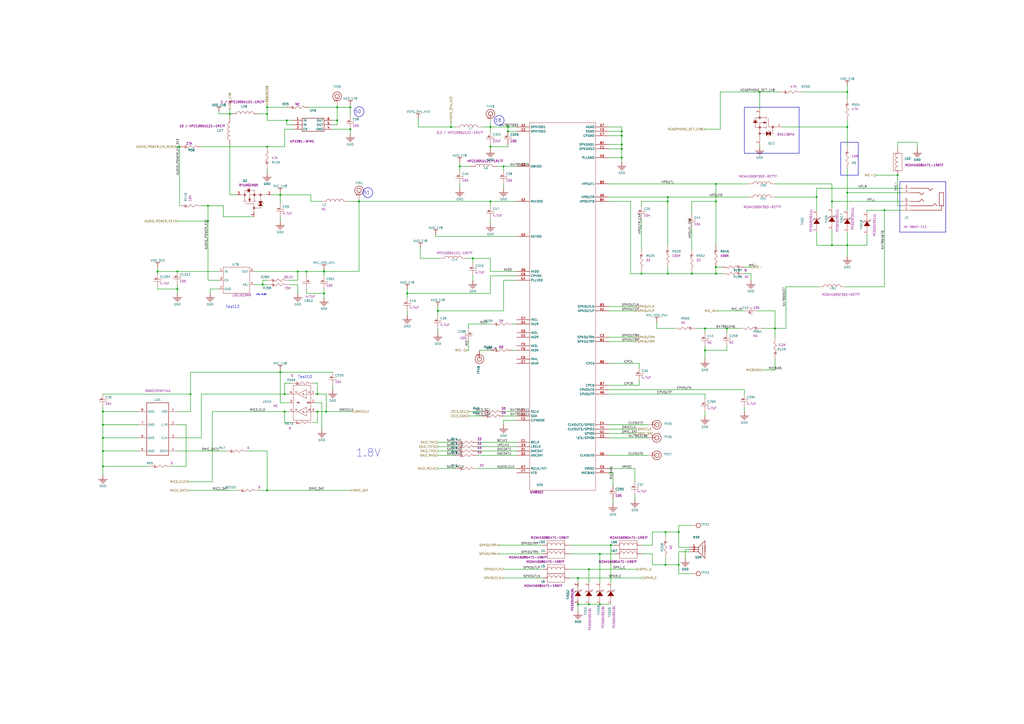
<source format=kicad_sch>
(kicad_sch (version 20231120) (generator "eeschema") (generator_version "8.0")
  (paper "A2")
  (title_block (title "Librem 5 Mainboard") (date "2024-03-21") (rev "v1.0.6") (company "Purism SPC") (comment 1 "GNU GPLv3+") (comment 2 "Copyright"))
  (junction (at 133.35 66.04))
  (junction (at 154.94 66.04))
  (junction (at 162.56 215.9))
  (junction (at 274.32 149.86))
  (junction (at 195.58 69.85))
  (junction (at 59.69 270.51))
  (junction (at 372.11 158.75))
  (junction (at 360.68 78.74))
  (junction (at 491.49 142.24))
  (junction (at 335.28 335.28))
  (junction (at 187.96 157.48))
  (junction (at 408.94 203.2))
  (junction (at 177.8 157.48))
  (junction (at 208.28 116.84))
  (junction (at 491.49 53.34))
  (junction (at 360.68 83.82))
  (junction (at 166.37 69.85))
  (junction (at 294.64 76.2))
  (junction (at 415.29 106.68))
  (junction (at 172.72 157.48))
  (junction (at 261.62 73.66))
  (junction (at 59.69 254))
  (junction (at 152.4 165.1))
  (junction (at 59.69 246.38))
  (junction (at 513.08 121.92))
  (junction (at 491.49 73.66))
  (junction (at 415.29 158.75))
  (junction (at 387.35 116.84))
  (junction (at 236.22 170.18))
  (junction (at 347.98 321.31))
  (junction (at 341.63 350.52))
  (junction (at 165.1 238.76))
  (junction (at 354.33 316.23))
  (junction (at 59.69 261.62))
  (junction (at 165.1 228.6))
  (junction (at 482.6 142.24))
  (junction (at 292.1 96.52))
  (junction (at 393.7 308.61))
  (junction (at 154.94 284.48))
  (junction (at 203.2 62.23))
  (junction (at 284.48 73.66))
  (junction (at 520.7 101.6))
  (junction (at 449.58 190.5))
  (junction (at 120.65 119.38))
  (junction (at 387.35 114.3))
  (junction (at 408.94 190.5))
  (junction (at 104.14 85.09))
  (junction (at 102.87 167.64))
  (junction (at 154.94 62.23))
  (junction (at 110.49 228.6))
  (junction (at 187.96 170.18))
  (junction (at 360.68 91.44))
  (junction (at 189.23 238.76))
  (junction (at 91.44 157.48))
  (junction (at 386.08 327.66))
  (junction (at 59.69 238.76))
  (junction (at 421.64 190.5))
  (junction (at 440.69 53.34))
  (junction (at 203.2 74.93))
  (junction (at 284.48 116.84))
  (junction (at 482.6 116.84))
  (junction (at 154.94 85.09))
  (junction (at 120.65 128.27))
  (junction (at 386.08 308.61))
  (junction (at 415.29 154.94))
  (junction (at 254 180.34))
  (junction (at 266.7 96.52))
  (junction (at 341.63 330.2))
  (junction (at 360.68 76.2))
  (junction (at 195.58 62.23))
  (junction (at 335.28 350.52))
  (junction (at 102.87 157.48))
  (junction (at 401.32 158.75))
  (junction (at 491.49 111.76))
  (junction (at 473.71 114.3))
  (junction (at 162.56 113.03))
  (junction (at 360.68 86.36))
  (junction (at 415.29 116.84))
  (junction (at 184.15 238.76))
  (junction (at 393.7 327.66))
  (junction (at 284.48 85.09))
  (junction (at 294.64 73.66))
  (junction (at 387.35 158.75))
  (junction (at 184.15 228.6))
  (junction (at 347.98 350.52))
  (wire (pts (xy 193.04 226.06) (xy 193.04 223.52)) (stroke (width 0.254)))
  (wire (pts (xy 375.92 264.16) (xy 353.06 264.16)) (stroke (width 0.254)))
  (wire (pts (xy 401.32 116.84) (xy 401.32 124.46)) (stroke (width 0.254)))
  (wire (pts (xy 261.62 71.12) (xy 261.62 73.66)) (stroke (width 0.254)))
  (wire (pts (xy 154.94 66.04) (xy 154.94 69.85)) (stroke (width 0.254)))
  (wire (pts (xy 393.7 308.61) (xy 393.7 304.8)) (stroke (width 0.254)))
  (wire (pts (xy 110.49 228.6) (xy 110.49 238.76)) (stroke (width 0.254)))
  (wire (pts (xy 353.06 86.36) (xy 360.68 86.36)) (stroke (width 0.254)))
  (wire (pts (xy 401.32 158.75) (xy 415.29 158.75)) (stroke (width 0.254)))
  (wire (pts (xy 502.92 142.24) (xy 502.92 135.89)) (stroke (width 0.254)))
  (polyline (pts (xy 487.68 82.55) (xy 487.68 101.6)) (stroke (width 0.254) (type solid)))
  (wire (pts (xy 335.28 337.82) (xy 335.28 335.28)) (stroke (width 0.254)))
  (wire (pts (xy 184.15 228.6) (xy 189.23 228.6)) (stroke (width 0.254)))
  (wire (pts (xy 299.72 238.76) (xy 292.1 238.76)) (stroke (width 0.254)))
  (wire (pts (xy 279.4 241.3) (xy 271.78 241.3)) (stroke (width 0.254)))
  (wire (pts (xy 180.34 113.03) (xy 162.56 113.03)) (stroke (width 0.254)))
  (wire (pts (xy 421.64 190.5) (xy 429.26 190.5)) (stroke (width 0.254)))
  (wire (pts (xy 341.63 337.82) (xy 341.63 330.2)) (stroke (width 0.254)))
  (wire (pts (xy 127 157.48) (xy 102.87 157.48)) (stroke (width 0.254)))
  (wire (pts (xy 417.83 53.34) (xy 417.83 74.93)) (stroke (width 0.254)))
  (wire (pts (xy 431.8 226.06) (xy 431.8 228.6)) (stroke (width 0.254)))
  (wire (pts (xy 453.39 73.66) (xy 491.49 73.66)) (stroke (width 0.254)))
  (wire (pts (xy 168.91 222.25) (xy 165.1 222.25)) (stroke (width 0.254)))
  (wire (pts (xy 107.95 246.38) (xy 107.95 270.51)) (stroke (width 0.254)))
  (wire (pts (xy 419.1 154.94) (xy 415.29 154.94)) (stroke (width 0.254)))
  (wire (pts (xy 166.37 62.23) (xy 154.94 62.23)) (stroke (width 0.254)))
  (wire (pts (xy 335.28 350.52) (xy 341.63 350.52)) (stroke (width 0.254)))
  (polyline (pts (xy 463.55 62.23) (xy 431.8 62.23)) (stroke (width 0.254) (type solid)))
  (wire (pts (xy 372.11 116.84) (xy 372.11 119.38)) (stroke (width 0.254)))
  (wire (pts (xy 274.32 152.4) (xy 274.32 149.86)) (stroke (width 0.254)))
  (wire (pts (xy 513.08 121.92) (xy 502.92 121.92)) (stroke (width 0.254)))
  (polyline (pts (xy 521.97 105.41) (xy 521.97 134.62)) (stroke (width 0.254) (type solid)))
  (wire (pts (xy 236.22 170.18) (xy 284.48 170.18)) (stroke (width 0.254)))
  (wire (pts (xy 347.98 321.31) (xy 347.98 337.82)) (stroke (width 0.254)))
  (wire (pts (xy 353.06 246.38) (xy 375.92 246.38)) (stroke (width 0.254)))
  (wire (pts (xy 91.44 167.64) (xy 91.44 166.37)) (stroke (width 0.254)))
  (wire (pts (xy 180.34 116.84) (xy 180.34 113.03)) (stroke (width 0.254)))
  (wire (pts (xy 473.71 114.3) (xy 449.58 114.3)) (stroke (width 0.254)))
  (wire (pts (xy 162.56 118.11) (xy 162.56 113.03)) (stroke (width 0.254)))
  (wire (pts (xy 330.2 321.31) (xy 347.98 321.31)) (stroke (width 0.254)))
  (wire (pts (xy 59.69 236.22) (xy 59.69 238.76)) (stroke (width 0.254)))
  (wire (pts (xy 208.28 115.57) (xy 208.28 116.84)) (stroke (width 0.254)))
  (wire (pts (xy 370.84 213.36) (xy 370.84 210.82)) (stroke (width 0.254)))
  (wire (pts (xy 415.29 158.75) (xy 415.29 154.94)) (stroke (width 0.254)))
  (wire (pts (xy 299.72 241.3) (xy 292.1 241.3)) (stroke (width 0.254)))
  (wire (pts (xy 264.16 256.54) (xy 254 256.54)) (stroke (width 0.254)))
  (wire (pts (xy 431.8 154.94) (xy 435.61 154.94)) (stroke (width 0.254)))
  (wire (pts (xy 284.48 129.54) (xy 284.48 127)) (stroke (width 0.254)))
  (wire (pts (xy 162.56 215.9) (xy 162.56 214.63)) (stroke (width 0.254)))
  (wire (pts (xy 408.94 200.66) (xy 408.94 203.2)) (stroke (width 0.254)))
  (wire (pts (xy 80.01 261.62) (xy 59.69 261.62)) (stroke (width 0.254)))
  (wire (pts (xy 271.78 187.96) (xy 271.78 190.5)) (stroke (width 0.254)))
  (wire (pts (xy 464.82 53.34) (xy 491.49 53.34)) (stroke (width 0.254)))
  (wire (pts (xy 520.7 86.36) (xy 520.7 82.55)) (stroke (width 0.254)))
  (polyline (pts (xy 487.68 101.6) (xy 497.84 101.6)) (stroke (width 0.254) (type solid)))
  (wire (pts (xy 284.48 119.38) (xy 284.48 116.84)) (stroke (width 0.254)))
  (wire (pts (xy 353.06 180.34) (xy 368.3 180.34)) (stroke (width 0.254)))
  (wire (pts (xy 335.28 335.28) (xy 330.2 335.28)) (stroke (width 0.254)))
  (wire (pts (xy 284.48 73.66) (xy 279.4 73.66)) (stroke (width 0.254)))
  (polyline (pts (xy 431.8 88.9) (xy 463.55 88.9)) (stroke (width 0.254) (type solid)))
  (wire (pts (xy 360.68 91.44) (xy 360.68 93.98)) (stroke (width 0.254)))
  (wire (pts (xy 473.71 121.92) (xy 473.71 114.3)) (stroke (width 0.254)))
  (wire (pts (xy 299.72 76.2) (xy 294.64 76.2)) (stroke (width 0.254)))
  (wire (pts (xy 353.06 76.2) (xy 360.68 76.2)) (stroke (width 0.254)))
  (wire (pts (xy 393.7 320.04) (xy 400.05 320.04)) (stroke (width 0.254)))
  (wire (pts (xy 170.18 69.85) (xy 166.37 69.85)) (stroke (width 0.254)))
  (wire (pts (xy 520.7 101.6) (xy 520.7 119.38)) (stroke (width 0.254)))
  (wire (pts (xy 236.22 170.18) (xy 236.22 167.64)) (stroke (width 0.254)))
  (wire (pts (xy 299.72 271.78) (xy 276.86 271.78)) (stroke (width 0.254)))
  (wire (pts (xy 264.16 271.78) (xy 254 271.78)) (stroke (width 0.254)))
  (wire (pts (xy 353.06 91.44) (xy 360.68 91.44)) (stroke (width 0.254)))
  (wire (pts (xy 440.69 83.82) (xy 440.69 85.09)) (stroke (width 0.254)))
  (wire (pts (xy 110.49 238.76) (xy 102.87 238.76)) (stroke (width 0.254)))
  (wire (pts (xy 120.65 128.27) (xy 102.87 128.27)) (stroke (width 0.254)))
  (wire (pts (xy 403.86 190.5) (xy 408.94 190.5)) (stroke (width 0.254)))
  (wire (pts (xy 271.78 198.12) (xy 271.78 203.2)) (stroke (width 0.254)))
  (wire (pts (xy 353.06 177.8) (xy 368.3 177.8)) (stroke (width 0.254)))
  (wire (pts (xy 154.94 97.79) (xy 154.94 100.33)) (stroke (width 0.254)))
  (polyline (pts (xy 497.84 82.55) (xy 487.68 82.55)) (stroke (width 0.254) (type solid)))
  (wire (pts (xy 335.28 335.28) (xy 372.11 335.28)) (stroke (width 0.254)))
  (wire (pts (xy 284.48 86.36) (xy 284.48 85.09)) (stroke (width 0.254)))
  (wire (pts (xy 365.76 158.75) (xy 365.76 116.84)) (stroke (width 0.254)))
  (wire (pts (xy 401.32 132.08) (xy 401.32 144.78)) (stroke (width 0.254)))
  (wire (pts (xy 255.27 149.86) (xy 243.84 149.86)) (stroke (width 0.254)))
  (wire (pts (xy 236.22 182.88) (xy 236.22 180.34)) (stroke (width 0.254)))
  (wire (pts (xy 299.72 157.48) (xy 284.48 157.48)) (stroke (width 0.254)))
  (wire (pts (xy 353.06 251.46) (xy 368.3 251.46)) (stroke (width 0.254)))
  (wire (pts (xy 523.24 109.22) (xy 473.71 109.22)) (stroke (width 0.254)))
  (wire (pts (xy 261.62 73.66) (xy 242.57 73.66)) (stroke (width 0.254)))
  (wire (pts (xy 264.16 259.08) (xy 254 259.08)) (stroke (width 0.254)))
  (wire (pts (xy 91.44 157.48) (xy 91.44 158.75)) (stroke (width 0.254)))
  (wire (pts (xy 449.58 214.63) (xy 441.96 214.63)) (stroke (width 0.254)))
  (wire (pts (xy 137.16 113.03) (xy 133.35 113.03)) (stroke (width 0.254)))
  (wire (pts (xy 408.94 190.5) (xy 408.94 193.04)) (stroke (width 0.254)))
  (wire (pts (xy 284.48 187.96) (xy 271.78 187.96)) (stroke (width 0.254)))
  (wire (pts (xy 242.57 73.66) (xy 242.57 68.58)) (stroke (width 0.254)))
  (wire (pts (xy 208.28 116.84) (xy 284.48 116.84)) (stroke (width 0.254)))
  (wire (pts (xy 127 64.77) (xy 127 66.04)) (stroke (width 0.254)))
  (wire (pts (xy 353.06 226.06) (xy 431.8 226.06)) (stroke (width 0.254)))
  (wire (pts (xy 59.69 228.6) (xy 110.49 228.6)) (stroke (width 0.254)))
  (wire (pts (xy 440.69 53.34) (xy 417.83 53.34)) (stroke (width 0.254)))
  (wire (pts (xy 353.06 195.58) (xy 368.3 195.58)) (stroke (width 0.254)))
  (wire (pts (xy 182.88 228.6) (xy 184.15 228.6)) (stroke (width 0.254)))
  (wire (pts (xy 520.7 101.6) (xy 508 101.6)) (stroke (width 0.254)))
  (wire (pts (xy 152.4 165.1) (xy 152.4 162.56)) (stroke (width 0.254)))
  (wire (pts (xy 299.72 162.56) (xy 292.1 162.56)) (stroke (width 0.254)))
  (wire (pts (xy 386.08 311.15) (xy 386.08 308.61)) (stroke (width 0.254)))
  (wire (pts (xy 59.69 254) (xy 59.69 261.62)) (stroke (width 0.254)))
  (wire (pts (xy 455.93 166.37) (xy 474.98 166.37)) (stroke (width 0.254)))
  (wire (pts (xy 387.35 114.3) (xy 387.35 116.84)) (stroke (width 0.254)))
  (wire (pts (xy 162.56 215.9) (xy 193.04 215.9)) (stroke (width 0.254)))
  (wire (pts (xy 189.23 228.6) (xy 189.23 238.76)) (stroke (width 0.254)))
  (wire (pts (xy 186.69 233.68) (xy 186.69 248.92)) (stroke (width 0.254)))
  (wire (pts (xy 165.1 74.93) (xy 170.18 74.93)) (stroke (width 0.254)))
  (wire (pts (xy 482.6 142.24) (xy 482.6 133.35)) (stroke (width 0.254)))
  (wire (pts (xy 523.24 116.84) (xy 482.6 116.84)) (stroke (width 0.254)))
  (wire (pts (xy 137.16 284.48) (xy 109.22 284.48)) (stroke (width 0.254)))
  (wire (pts (xy 86.36 270.51) (xy 59.69 270.51)) (stroke (width 0.254)))
  (wire (pts (xy 532.13 82.55) (xy 532.13 86.36)) (stroke (width 0.254)))
  (wire (pts (xy 254 182.88) (xy 254 180.34)) (stroke (width 0.254)))
  (wire (pts (xy 440.69 53.34) (xy 440.69 63.5)) (stroke (width 0.254)))
  (wire (pts (xy 133.35 113.03) (xy 133.35 83.82)) (stroke (width 0.254)))
  (wire (pts (xy 360.68 73.66) (xy 353.06 73.66)) (stroke (width 0.254)))
  (wire (pts (xy 314.96 316.23) (xy 289.56 316.23)) (stroke (width 0.254)))
  (wire (pts (xy 482.6 142.24) (xy 473.71 142.24)) (stroke (width 0.254)))
  (polyline (pts (xy 548.64 134.62) (xy 548.64 105.41)) (stroke (width 0.254) (type solid)))
  (wire (pts (xy 393.7 327.66) (xy 393.7 320.04)) (stroke (width 0.254)))
  (wire (pts (xy 294.64 83.82) (xy 294.64 85.09)) (stroke (width 0.254)))
  (wire (pts (xy 189.23 238.76) (xy 204.47 238.76)) (stroke (width 0.254)))
  (wire (pts (xy 123.19 238.76) (xy 123.19 279.4)) (stroke (width 0.254)))
  (wire (pts (xy 116.84 228.6) (xy 116.84 254)) (stroke (width 0.254)))
  (wire (pts (xy 299.72 96.52) (xy 292.1 96.52)) (stroke (width 0.254)))
  (wire (pts (xy 314.96 335.28) (xy 292.1 335.28)) (stroke (width 0.254)))
  (wire (pts (xy 415.29 116.84) (xy 401.32 116.84)) (stroke (width 0.254)))
  (wire (pts (xy 408.94 203.2) (xy 421.64 203.2)) (stroke (width 0.254)))
  (wire (pts (xy 165.1 238.76) (xy 167.64 238.76)) (stroke (width 0.254)))
  (wire (pts (xy 491.49 85.09) (xy 491.49 73.66)) (stroke (width 0.254)))
  (wire (pts (xy 400.05 317.5) (xy 393.7 317.5)) (stroke (width 0.254)))
  (wire (pts (xy 193.04 74.93) (xy 203.2 74.93)) (stroke (width 0.254)))
  (wire (pts (xy 172.72 162.56) (xy 172.72 157.48)) (stroke (width 0.254)))
  (wire (pts (xy 491.49 53.34) (xy 491.49 49.53)) (stroke (width 0.254)))
  (wire (pts (xy 116.84 254) (xy 102.87 254)) (stroke (width 0.254)))
  (wire (pts (xy 502.92 121.92) (xy 502.92 123.19)) (stroke (width 0.254)))
  (wire (pts (xy 165.1 238.76) (xy 123.19 238.76)) (stroke (width 0.254)))
  (wire (pts (xy 435.61 158.75) (xy 435.61 162.56)) (stroke (width 0.254)))
  (wire (pts (xy 195.58 69.85) (xy 195.58 62.23)) (stroke (width 0.254)))
  (wire (pts (xy 372.11 321.31) (xy 378.46 321.31)) (stroke (width 0.254)))
  (wire (pts (xy 102.87 246.38) (xy 107.95 246.38)) (stroke (width 0.254)))
  (wire (pts (xy 353.06 271.78) (xy 368.3 271.78)) (stroke (width 0.254)))
  (wire (pts (xy 439.42 180.34) (xy 449.58 180.34)) (stroke (width 0.254)))
  (wire (pts (xy 354.33 350.52) (xy 347.98 350.52)) (stroke (width 0.254)))
  (wire (pts (xy 127 162.56) (xy 120.65 162.56)) (stroke (width 0.254)))
  (wire (pts (xy 166.37 69.85) (xy 154.94 69.85)) (stroke (width 0.254)))
  (wire (pts (xy 154.94 85.09) (xy 165.1 85.09)) (stroke (width 0.254)))
  (wire (pts (xy 271.78 203.2) (xy 270.51 203.2)) (stroke (width 0.254)))
  (wire (pts (xy 415.29 106.68) (xy 353.06 106.68)) (stroke (width 0.254)))
  (wire (pts (xy 172.72 157.48) (xy 177.8 157.48)) (stroke (width 0.254)))
  (wire (pts (xy 184.15 245.11) (xy 184.15 238.76)) (stroke (width 0.254)))
  (wire (pts (xy 491.49 111.76) (xy 491.49 97.79)) (stroke (width 0.254)))
  (wire (pts (xy 368.3 248.92) (xy 353.06 248.92)) (stroke (width 0.254)))
  (wire (pts (xy 292.1 180.34) (xy 254 180.34)) (stroke (width 0.254)))
  (wire (pts (xy 162.56 233.68) (xy 162.56 215.9)) (stroke (width 0.254)))
  (polyline (pts (xy 548.64 105.41) (xy 521.97 105.41)) (stroke (width 0.254) (type solid)))
  (wire (pts (xy 491.49 142.24) (xy 502.92 142.24)) (stroke (width 0.254)))
  (wire (pts (xy 264.16 73.66) (xy 261.62 73.66)) (stroke (width 0.254)))
  (wire (pts (xy 299.72 259.08) (xy 276.86 259.08)) (stroke (width 0.254)))
  (wire (pts (xy 284.48 157.48) (xy 284.48 149.86)) (stroke (width 0.254)))
  (wire (pts (xy 254 193.04) (xy 254 190.5)) (stroke (width 0.254)))
  (wire (pts (xy 254 180.34) (xy 254 177.8)) (stroke (width 0.254)))
  (wire (pts (xy 355.6 292.1) (xy 355.6 289.56)) (stroke (width 0.254)))
  (wire (pts (xy 284.48 203.2) (xy 278.13 203.2)) (stroke (width 0.254)))
  (wire (pts (xy 195.58 62.23) (xy 203.2 62.23)) (stroke (width 0.254)))
  (wire (pts (xy 184.15 238.76) (xy 182.88 238.76)) (stroke (width 0.254)))
  (wire (pts (xy 154.94 165.1) (xy 152.4 165.1)) (stroke (width 0.254)))
  (wire (pts (xy 356.87 321.31) (xy 347.98 321.31)) (stroke (width 0.254)))
  (wire (pts (xy 292.1 99.06) (xy 292.1 96.52)) (stroke (width 0.254)))
  (wire (pts (xy 370.84 223.52) (xy 353.06 223.52)) (stroke (width 0.254)))
  (wire (pts (xy 184.15 222.25) (xy 184.15 228.6)) (stroke (width 0.254)))
  (wire (pts (xy 193.04 69.85) (xy 195.58 69.85)) (stroke (width 0.254)))
  (wire (pts (xy 129.54 119.38) (xy 129.54 125.73)) (stroke (width 0.254)))
  (wire (pts (xy 355.6 274.32) (xy 353.06 274.32)) (stroke (width 0.254)))
  (wire (pts (xy 449.58 180.34) (xy 449.58 190.5)) (stroke (width 0.254)))
  (wire (pts (xy 408.94 241.3) (xy 408.94 238.76)) (stroke (width 0.254)))
  (wire (pts (xy 370.84 220.98) (xy 370.84 223.52)) (stroke (width 0.254)))
  (wire (pts (xy 292.1 162.56) (xy 292.1 180.34)) (stroke (width 0.254)))
  (wire (pts (xy 393.7 304.8) (xy 401.32 304.8)) (stroke (width 0.254)))
  (wire (pts (xy 116.84 85.09) (xy 154.94 85.09)) (stroke (width 0.254)))
  (wire (pts (xy 203.2 284.48) (xy 154.94 284.48)) (stroke (width 0.254)))
  (wire (pts (xy 127 66.04) (xy 133.35 66.04)) (stroke (width 0.254)))
  (wire (pts (xy 491.49 142.24) (xy 491.49 134.62)) (stroke (width 0.254)))
  (wire (pts (xy 360.68 76.2) (xy 360.68 73.66)) (stroke (width 0.254)))
  (wire (pts (xy 266.7 96.52) (xy 266.7 99.06)) (stroke (width 0.254)))
  (wire (pts (xy 181.61 245.11) (xy 184.15 245.11)) (stroke (width 0.254)))
  (wire (pts (xy 193.04 72.39) (xy 195.58 72.39)) (stroke (width 0.254)))
  (wire (pts (xy 59.69 261.62) (xy 59.69 270.51)) (stroke (width 0.254)))
  (wire (pts (xy 523.24 111.76) (xy 491.49 111.76)) (stroke (width 0.254)))
  (wire (pts (xy 162.56 128.27) (xy 162.56 125.73)) (stroke (width 0.254)))
  (wire (pts (xy 80.01 254) (xy 59.69 254)) (stroke (width 0.254)))
  (wire (pts (xy 123.19 279.4) (xy 109.22 279.4)) (stroke (width 0.254)))
  (wire (pts (xy 167.64 228.6) (xy 165.1 228.6)) (stroke (width 0.254)))
  (wire (pts (xy 279.4 238.76) (xy 271.78 238.76)) (stroke (width 0.254)))
  (wire (pts (xy 162.56 111.76) (xy 162.56 113.03)) (stroke (width 0.254)))
  (wire (pts (xy 360.68 83.82) (xy 360.68 86.36)) (stroke (width 0.254)))
  (wire (pts (xy 431.8 180.34) (xy 416.56 180.34)) (stroke (width 0.254)))
  (wire (pts (xy 120.65 119.38) (xy 129.54 119.38)) (stroke (width 0.254)))
  (wire (pts (xy 387.35 116.84) (xy 372.11 116.84)) (stroke (width 0.254)))
  (wire (pts (xy 299.72 264.16) (xy 276.86 264.16)) (stroke (width 0.254)))
  (wire (pts (xy 353.06 228.6) (xy 408.94 228.6)) (stroke (width 0.254)))
  (wire (pts (xy 154.94 284.48) (xy 154.94 261.62)) (stroke (width 0.254)))
  (wire (pts (xy 491.49 57.15) (xy 491.49 53.34)) (stroke (width 0.254)))
  (wire (pts (xy 201.93 116.84) (xy 208.28 116.84)) (stroke (width 0.254)))
  (wire (pts (xy 102.87 157.48) (xy 91.44 157.48)) (stroke (width 0.254)))
  (wire (pts (xy 284.48 116.84) (xy 299.72 116.84)) (stroke (width 0.254)))
  (wire (pts (xy 421.64 203.2) (xy 421.64 200.66)) (stroke (width 0.254)))
  (wire (pts (xy 421.64 190.5) (xy 421.64 193.04)) (stroke (width 0.254)))
  (wire (pts (xy 154.94 60.96) (xy 154.94 62.23)) (stroke (width 0.254)))
  (wire (pts (xy 513.08 166.37) (xy 513.08 121.92)) (stroke (width 0.254)))
  (wire (pts (xy 372.11 316.23) (xy 378.46 316.23)) (stroke (width 0.254)))
  (wire (pts (xy 294.64 76.2) (xy 294.64 73.66)) (stroke (width 0.254)))
  (wire (pts (xy 181.61 222.25) (xy 184.15 222.25)) (stroke (width 0.254)))
  (wire (pts (xy 80.01 246.38) (xy 59.69 246.38)) (stroke (width 0.254)))
  (wire (pts (xy 189.23 238.76) (xy 184.15 238.76)) (stroke (width 0.254)))
  (wire (pts (xy 243.84 149.86) (xy 243.84 143.51)) (stroke (width 0.254)))
  (wire (pts (xy 294.64 85.09) (xy 284.48 85.09)) (stroke (width 0.254)))
  (wire (pts (xy 165.1 228.6) (xy 116.84 228.6)) (stroke (width 0.254)))
  (wire (pts (xy 110.49 215.9) (xy 162.56 215.9)) (stroke (width 0.254)))
  (wire (pts (xy 378.46 308.61) (xy 386.08 308.61)) (stroke (width 0.254)))
  (wire (pts (xy 314.96 330.2) (xy 292.1 330.2)) (stroke (width 0.254)))
  (wire (pts (xy 341.63 330.2) (xy 330.2 330.2)) (stroke (width 0.254)))
  (wire (pts (xy 335.28 350.52) (xy 335.28 354.33)) (stroke (width 0.254)))
  (wire (pts (xy 165.1 85.09) (xy 165.1 74.93)) (stroke (width 0.254)))
  (wire (pts (xy 393.7 317.5) (xy 393.7 308.61)) (stroke (width 0.254)))
  (wire (pts (xy 353.06 198.12) (xy 368.3 198.12)) (stroke (width 0.254)))
  (wire (pts (xy 415.29 106.68) (xy 434.34 106.68)) (stroke (width 0.254)))
  (wire (pts (xy 264.16 264.16) (xy 254 264.16)) (stroke (width 0.254)))
  (wire (pts (xy 401.32 332.74) (xy 393.7 332.74)) (stroke (width 0.254)))
  (wire (pts (xy 299.72 73.66) (xy 294.64 73.66)) (stroke (width 0.254)))
  (wire (pts (xy 167.64 233.68) (xy 162.56 233.68)) (stroke (width 0.254)))
  (wire (pts (xy 284.48 71.12) (xy 284.48 73.66)) (stroke (width 0.254)))
  (wire (pts (xy 59.69 246.38) (xy 59.69 254)) (stroke (width 0.254)))
  (wire (pts (xy 408.94 203.2) (xy 408.94 208.28)) (stroke (width 0.254)))
  (wire (pts (xy 91.44 157.48) (xy 91.44 154.94)) (stroke (width 0.254)))
  (wire (pts (xy 147.32 157.48) (xy 172.72 157.48)) (stroke (width 0.254)))
  (wire (pts (xy 491.49 142.24) (xy 491.49 148.59)) (stroke (width 0.254)))
  (wire (pts (xy 149.86 66.04) (xy 154.94 66.04)) (stroke (width 0.254)))
  (wire (pts (xy 203.2 67.31) (xy 203.2 62.23)) (stroke (width 0.254)))
  (wire (pts (xy 133.35 66.04) (xy 133.35 68.58)) (stroke (width 0.254)))
  (wire (pts (xy 408.94 228.6) (xy 408.94 231.14)) (stroke (width 0.254)))
  (wire (pts (xy 370.84 210.82) (xy 353.06 210.82)) (stroke (width 0.254)))
  (wire (pts (xy 172.72 165.1) (xy 172.72 170.18)) (stroke (width 0.254)))
  (wire (pts (xy 360.68 78.74) (xy 360.68 83.82)) (stroke (width 0.254)))
  (wire (pts (xy 368.3 271.78) (xy 368.3 279.4)) (stroke (width 0.254)))
  (wire (pts (xy 431.8 158.75) (xy 435.61 158.75)) (stroke (width 0.254)))
  (wire (pts (xy 292.1 243.84) (xy 292.1 246.38)) (stroke (width 0.254)))
  (wire (pts (xy 353.06 78.74) (xy 360.68 78.74)) (stroke (width 0.254)))
  (wire (pts (xy 102.87 167.64) (xy 102.87 165.1)) (stroke (width 0.254)))
  (wire (pts (xy 299.72 256.54) (xy 276.86 256.54)) (stroke (width 0.254)))
  (wire (pts (xy 355.6 281.94) (xy 355.6 274.32)) (stroke (width 0.254)))
  (wire (pts (xy 372.11 157.48) (xy 372.11 158.75)) (stroke (width 0.254)))
  (wire (pts (xy 165.1 222.25) (xy 165.1 228.6)) (stroke (width 0.254)))
  (wire (pts (xy 375.92 254) (xy 353.06 254)) (stroke (width 0.254)))
  (wire (pts (xy 154.94 62.23) (xy 154.94 66.04)) (stroke (width 0.254)))
  (wire (pts (xy 177.8 160.02) (xy 177.8 157.48)) (stroke (width 0.254)))
  (wire (pts (xy 330.2 316.23) (xy 354.33 316.23)) (stroke (width 0.254)))
  (wire (pts (xy 102.87 261.62) (xy 130.81 261.62)) (stroke (width 0.254)))
  (wire (pts (xy 378.46 316.23) (xy 378.46 308.61)) (stroke (width 0.254)))
  (wire (pts (xy 149.86 284.48) (xy 154.94 284.48)) (stroke (width 0.254)))
  (wire (pts (xy 266.7 109.22) (xy 266.7 106.68)) (stroke (width 0.254)))
  (wire (pts (xy 165.1 245.11) (xy 165.1 238.76)) (stroke (width 0.254)))
  (wire (pts (xy 386.08 323.85) (xy 386.08 327.66)) (stroke (width 0.254)))
  (wire (pts (xy 473.71 142.24) (xy 473.71 134.62)) (stroke (width 0.254)))
  (wire (pts (xy 152.4 165.1) (xy 147.32 165.1)) (stroke (width 0.254)))
  (wire (pts (xy 341.63 350.52) (xy 347.98 350.52)) (stroke (width 0.254)))
  (wire (pts (xy 299.72 243.84) (xy 292.1 243.84)) (stroke (width 0.254)))
  (wire (pts (xy 266.7 96.52) (xy 266.7 93.98)) (stroke (width 0.254)))
  (wire (pts (xy 360.68 86.36) (xy 360.68 91.44)) (stroke (width 0.254)))
  (wire (pts (xy 520.7 82.55) (xy 532.13 82.55)) (stroke (width 0.254)))
  (wire (pts (xy 187.96 160.02) (xy 187.96 157.48)) (stroke (width 0.254)))
  (wire (pts (xy 80.01 238.76) (xy 59.69 238.76)) (stroke (width 0.254)))
  (wire (pts (xy 415.29 142.24) (xy 415.29 116.84)) (stroke (width 0.254)))
  (wire (pts (xy 177.8 167.64) (xy 177.8 170.18)) (stroke (width 0.254)))
  (wire (pts (xy 491.49 73.66) (xy 491.49 69.85)) (stroke (width 0.254)))
  (wire (pts (xy 284.48 160.02) (xy 299.72 160.02)) (stroke (width 0.254)))
  (wire (pts (xy 314.96 321.31) (xy 289.56 321.31)) (stroke (width 0.254)))
  (wire (pts (xy 284.48 149.86) (xy 274.32 149.86)) (stroke (width 0.254)))
  (wire (pts (xy 354.33 337.82) (xy 354.33 316.23)) (stroke (width 0.254)))
  (wire (pts (xy 177.8 170.18) (xy 187.96 170.18)) (stroke (width 0.254)))
  (wire (pts (xy 274.32 162.56) (xy 274.32 160.02)) (stroke (width 0.254)))
  (wire (pts (xy 381 190.5) (xy 381 186.69)) (stroke (width 0.254)))
  (wire (pts (xy 134.62 66.04) (xy 133.35 66.04)) (stroke (width 0.254)))
  (polyline (pts (xy 463.55 88.9) (xy 463.55 62.23)) (stroke (width 0.254) (type solid)))
  (wire (pts (xy 274.32 149.86) (xy 270.51 149.86)) (stroke (width 0.254)))
  (wire (pts (xy 167.64 162.56) (xy 172.72 162.56)) (stroke (width 0.254)))
  (wire (pts (xy 378.46 327.66) (xy 386.08 327.66)) (stroke (width 0.254)))
  (wire (pts (xy 252.73 137.16) (xy 299.72 137.16)) (stroke (width 0.254)))
  (wire (pts (xy 452.12 53.34) (xy 440.69 53.34)) (stroke (width 0.254)))
  (wire (pts (xy 441.96 190.5) (xy 449.58 190.5)) (stroke (width 0.254)))
  (wire (pts (xy 449.58 208.28) (xy 449.58 214.63)) (stroke (width 0.254)))
  (wire (pts (xy 59.69 238.76) (xy 59.69 246.38)) (stroke (width 0.254)))
  (wire (pts (xy 431.8 238.76) (xy 431.8 236.22)) (stroke (width 0.254)))
  (wire (pts (xy 297.18 187.96) (xy 299.72 187.96)) (stroke (width 0.254)))
  (wire (pts (xy 208.28 157.48) (xy 208.28 116.84)) (stroke (width 0.254)))
  (wire (pts (xy 236.22 172.72) (xy 236.22 170.18)) (stroke (width 0.254)))
  (wire (pts (xy 152.4 162.56) (xy 154.94 162.56)) (stroke (width 0.254)))
  (wire (pts (xy 455.93 190.5) (xy 455.93 166.37)) (stroke (width 0.254)))
  (polyline (pts (xy 521.97 134.62) (xy 548.64 134.62)) (stroke (width 0.254) (type solid)))
  (wire (pts (xy 116.84 119.38) (xy 120.65 119.38)) (stroke (width 0.254)))
  (wire (pts (xy 401.32 157.48) (xy 401.32 158.75)) (stroke (width 0.254)))
  (wire (pts (xy 170.18 72.39) (xy 166.37 72.39)) (stroke (width 0.254)))
  (polyline (pts (xy 431.8 62.23) (xy 431.8 88.9)) (stroke (width 0.254) (type solid)))
  (wire (pts (xy 264.16 261.62) (xy 254 261.62)) (stroke (width 0.254)))
  (wire (pts (xy 59.69 270.51) (xy 59.69 275.59)) (stroke (width 0.254)))
  (wire (pts (xy 167.64 165.1) (xy 172.72 165.1)) (stroke (width 0.254)))
  (wire (pts (xy 449.58 190.5) (xy 455.93 190.5)) (stroke (width 0.254)))
  (wire (pts (xy 182.88 233.68) (xy 186.69 233.68)) (stroke (width 0.254)))
  (wire (pts (xy 491.49 121.92) (xy 491.49 111.76)) (stroke (width 0.254)))
  (wire (pts (xy 129.54 125.73) (xy 147.32 125.73)) (stroke (width 0.254)))
  (wire (pts (xy 284.48 170.18) (xy 284.48 160.02)) (stroke (width 0.254)))
  (wire (pts (xy 203.2 62.23) (xy 203.2 60.96)) (stroke (width 0.254)))
  (wire (pts (xy 179.07 62.23) (xy 195.58 62.23)) (stroke (width 0.254)))
  (wire (pts (xy 400.05 318.77) (xy 397.51 318.77)) (stroke (width 0.254)))
  (wire (pts (xy 203.2 77.47) (xy 203.2 74.93)) (stroke (width 0.254)))
  (wire (pts (xy 368.3 289.56) (xy 368.3 287.02)) (stroke (width 0.254)))
  (wire (pts (xy 449.58 195.58) (xy 449.58 190.5)) (stroke (width 0.254)))
  (wire (pts (xy 520.7 119.38) (xy 523.24 119.38)) (stroke (width 0.254)))
  (wire (pts (xy 408.94 190.5) (xy 421.64 190.5)) (stroke (width 0.254)))
  (wire (pts (xy 154.94 261.62) (xy 143.51 261.62)) (stroke (width 0.254)))
  (wire (pts (xy 473.71 109.22) (xy 473.71 114.3)) (stroke (width 0.254)))
  (wire (pts (xy 107.95 270.51) (xy 99.06 270.51)) (stroke (width 0.254)))
  (wire (pts (xy 187.96 157.48) (xy 187.96 156.21)) (stroke (width 0.254)))
  (wire (pts (xy 391.16 190.5) (xy 381 190.5)) (stroke (width 0.254)))
  (wire (pts (xy 415.29 116.84) (xy 415.29 106.68)) (stroke (width 0.254)))
  (wire (pts (xy 292.1 106.68) (xy 292.1 109.22)) (stroke (width 0.254)))
  (wire (pts (xy 354.33 316.23) (xy 356.87 316.23)) (stroke (width 0.254)))
  (wire (pts (xy 387.35 154.94) (xy 387.35 158.75)) (stroke (width 0.254)))
  (wire (pts (xy 523.24 121.92) (xy 513.08 121.92)) (stroke (width 0.254)))
  (wire (pts (xy 297.18 203.2) (xy 299.72 203.2)) (stroke (width 0.254)))
  (wire (pts (xy 187.96 157.48) (xy 208.28 157.48)) (stroke (width 0.254)))
  (wire (pts (xy 387.35 116.84) (xy 387.35 142.24)) (stroke (width 0.254)))
  (wire (pts (xy 372.11 144.78) (xy 372.11 127)) (stroke (width 0.254)))
  (wire (pts (xy 393.7 332.74) (xy 393.7 327.66)) (stroke (width 0.254)))
  (wire (pts (xy 387.35 158.75) (xy 401.32 158.75)) (stroke (width 0.254)))
  (wire (pts (xy 393.7 308.61) (xy 386.08 308.61)) (stroke (width 0.254)))
  (wire (pts (xy 110.49 228.6) (xy 110.49 215.9)) (stroke (width 0.254)))
  (wire (pts (xy 490.22 166.37) (xy 513.08 166.37)) (stroke (width 0.254)))
  (wire (pts (xy 252.73 135.89) (xy 252.73 137.16)) (stroke (width 0.254)))
  (wire (pts (xy 168.91 245.11) (xy 165.1 245.11)) (stroke (width 0.254)))
  (wire (pts (xy 102.87 167.64) (xy 91.44 167.64)) (stroke (width 0.254)))
  (wire (pts (xy 372.11 158.75) (xy 365.76 158.75)) (stroke (width 0.254)))
  (wire (pts (xy 353.06 83.82) (xy 360.68 83.82)) (stroke (width 0.254)))
  (wire (pts (xy 104.14 85.09) (xy 101.6 85.09)) (stroke (width 0.254)))
  (wire (pts (xy 419.1 158.75) (xy 415.29 158.75)) (stroke (width 0.254)))
  (wire (pts (xy 187.96 167.64) (xy 187.96 170.18)) (stroke (width 0.254)))
  (wire (pts (xy 482.6 142.24) (xy 491.49 142.24)) (stroke (width 0.254)))
  (wire (pts (xy 120.65 162.56) (xy 120.65 128.27)) (stroke (width 0.254)))
  (wire (pts (xy 365.76 116.84) (xy 353.06 116.84)) (stroke (width 0.254)))
  (wire (pts (xy 127 167.64) (xy 121.92 167.64)) (stroke (width 0.254)))
  (wire (pts (xy 386.08 327.66) (xy 393.7 327.66)) (stroke (width 0.254)))
  (wire (pts (xy 482.6 106.68) (xy 449.58 106.68)) (stroke (width 0.254)))
  (polyline (pts (xy 497.84 101.6) (xy 497.84 82.55)) (stroke (width 0.254) (type solid)))
  (wire (pts (xy 195.58 60.96) (xy 195.58 62.23)) (stroke (width 0.254)))
  (wire (pts (xy 284.48 73.66) (xy 284.48 76.2)) (stroke (width 0.254)))
  (wire (pts (xy 162.56 113.03) (xy 157.48 113.03)) (stroke (width 0.254)))
  (wire (pts (xy 482.6 120.65) (xy 482.6 116.84)) (stroke (width 0.254)))
  (wire (pts (xy 166.37 72.39) (xy 166.37 69.85)) (stroke (width 0.254)))
  (wire (pts (xy 387.35 114.3) (xy 434.34 114.3)) (stroke (width 0.254)))
  (wire (pts (xy 387.35 114.3) (xy 353.06 114.3)) (stroke (width 0.254)))
  (wire (pts (xy 102.87 167.64) (xy 102.87 170.18)) (stroke (width 0.254)))
  (wire (pts (xy 133.35 63.5) (xy 133.35 66.04)) (stroke (width 0.254)))
  (wire (pts (xy 120.65 128.27) (xy 120.65 119.38)) (stroke (width 0.254)))
  (wire (pts (xy 378.46 321.31) (xy 378.46 327.66)) (stroke (width 0.254)))
  (wire (pts (xy 341.63 330.2) (xy 369.57 330.2)) (stroke (width 0.254)))
  (wire (pts (xy 186.69 116.84) (xy 180.34 116.84)) (stroke (width 0.254)))
  (wire (pts (xy 284.48 85.09) (xy 284.48 83.82)) (stroke (width 0.254)))
  (wire (pts (xy 273.05 96.52) (xy 266.7 96.52)) (stroke (width 0.254)))
  (wire (pts (xy 104.14 119.38) (xy 104.14 85.09)) (stroke (width 0.254)))
  (wire (pts (xy 397.51 318.77) (xy 397.51 323.85)) (stroke (width 0.254)))
  (wire (pts (xy 195.58 72.39) (xy 195.58 69.85)) (stroke (width 0.254)))
  (wire (pts (xy 177.8 157.48) (xy 187.96 157.48)) (stroke (width 0.254)))
  (wire (pts (xy 417.83 74.93) (xy 408.94 74.93)) (stroke (width 0.254)))
  (wire (pts (xy 121.92 167.64) (xy 121.92 170.18)) (stroke (width 0.254)))
  (wire (pts (xy 299.72 261.62) (xy 276.86 261.62)) (stroke (width 0.254)))
  (wire (pts (xy 292.1 96.52) (xy 288.29 96.52)) (stroke (width 0.254)))
  (wire (pts (xy 187.96 170.18) (xy 187.96 172.72)) (stroke (width 0.254)))
  (wire (pts (xy 482.6 116.84) (xy 482.6 106.68)) (stroke (width 0.254)))
  (wire (pts (xy 372.11 158.75) (xy 387.35 158.75)) (stroke (width 0.254)))
  (wire (pts (xy 360.68 76.2) (xy 360.68 78.74)) (stroke (width 0.254)))
  (wire (pts (xy 294.64 73.66) (xy 284.48 73.66)) (stroke (width 0.254)))
  (circle (center 208.28 64.77) (radius 2.845) (stroke (width 0.254)))
  (circle (center 213.36 111.76) (radius 2.845) (stroke (width 0.254)))
  (circle (center 289.56 69.85) (radius 2.845) (stroke (width 0.254)))
  (text "51" (at 210.82 113.03 0) (effects (font (size 1.905 1.905)) (justify left bottom)))
  (text "Test10" (at 172.72 219.71 0) (effects (font (size 1.651 1.651)) (justify left bottom)))
  (text "18" (at 287.02 71.12 0) (effects (font (size 1.905 1.905)) (justify left bottom)))
  (text "Test12" (at 130.81 179.07 0) (effects (font (size 1.651 1.651)) (justify left bottom)))
  (text "1.8V" (at 220.98 265.43 0) (effects (font (size 4.445 4.445)) (justify right bottom)))
  (text "Vfb=0.8V" (at 148.59 171.45 0) (effects (font (size 0.889 0.889)) (justify left bottom)))
  (text "50" (at 205.74 66.04 0) (effects (font (size 1.905 1.905)) (justify left bottom)))
  (label "CPCB" (at 361.95 223.52 0))
  (label "CPVOUTP" (at 381 228.6 0))
  (label "BCLK1" (at 288.29 256.54 0))
  (label "MIC_IN" (at 281.94 203.2 0))
  (label "I2C3_SDA" (at 275.59 241.3 0))
  (label "HPOUTL" (at 383.54 106.68 0))
  (label "HPOUTR_CAP" (at 372.11 135.89 90))
  (label "CPCA" (at 361.95 210.82 0))
  (label "SPKOUTLN" (at 360.68 177.8 0))
  (label "AUDIO_POWER_EN_3V3" (at 104.14 101.6 90))
  (label "CPVOUTN" (at 392.43 226.06 0))
  (label "DMIC_DAT" (at 179.07 284.48 0))
  (label "CLKOUT2" (at 364.49 246.38 0))
  (label "SPKOUTLP" (at 303.53 330.2 0))
  (label "N47955537" (at 455.93 177.8 90))
  (label "SPKOUTRN" (at 360.68 195.58 0))
  (label "N47807093" (at 289.56 73.66 0))
  (label "LRCLK1" (at 288.29 259.08 0))
  (label "MIC_IN" (at 424.18 180.34 0))
  (label "SAI2_TXC" (at 259.08 256.54 0))
  (label "AUDIO_CLK" (at 288.29 271.78 0))
  (label "AVDD" (at 292.1 157.48 0))
  (label "N47954246" (at 415.29 190.5 0))
  (label "DMICCLK" (at 360.68 248.92 0))
  (label "N47954670" (at 513.08 144.78 90))
  (label "SAI2_RXD" (at 259.08 264.16 0))
  (label "SPKOUTLN" (at 303.53 335.28 0))
  (label "DMICCLK" (at 196.85 238.76 0))
  (label "SPKOUTRP" (at 360.68 198.12 0))
  (label "CLKOUT5" (at 364.49 264.16 0))
  (label "HPOUTR" (at 411.48 114.3 0))
  (label "MIC-" (at 434.34 154.94 0))
  (label "DACDAT1" (at 288.29 261.62 0))
  (label "MIC-" (at 520.7 110.49 90))
  (label "SPKL_C" (at 355.6 330.2 0))
  (label "SPKOUTLP" (at 360.68 180.34 0))
  (label "MIC2_DAT" (at 123.19 284.48 0))
  (label "AUDIO_POWER_KEY" (at 120.65 144.78 90))
  (label "N47953196" (at 364.49 254 0))
  (label "N47952026" (at 295.91 96.52 0))
  (label "I2C3_SCL" (at 275.59 238.76 0))
  (label "SAI2_TXFS" (at 259.08 259.08 0))
  (label "SAI2_MCLK" (at 259.08 271.78 0))
  (label "VMIDC" (at 360.68 271.78 0))
  (label "MICBIAS" (at 445.77 214.63 0))
  (label "IN1R" (at 278.13 187.96 0))
  (label "SPKOUTRP" (at 302.26 316.23 0))
  (label "SAI2_TXD" (at 259.08 261.62 0))
  (label "SPKR_C" (at 353.06 335.28 0))
  (label "N47953114" (at 295.91 241.3 0))
  (label "MICBIAS" (at 355.6 278.13 90))
  (label "MIC2_CLK" (at 144.78 238.76 0))
  (label "DMIC_DAT1" (at 116.84 261.62 0))
  (label "ADCDAT1" (at 288.29 264.16 0))
  (label "HP_R" (at 497.84 109.22 0))
  (label "HEADPHONE_DET_1V8" (at 429.26 53.34 0))
  (label "DMIC_DAT" (at 360.68 251.46 0))
  (label "SPKOUTRN" (at 302.26 321.31 0))
  (label "MIC-" (at 271.78 200.66 90))
  (label "N47953111" (at 295.91 238.76 0))
  (label "HPOUTL_CAP" (at 401.32 138.43 90))
  (label "HP_L" (at 502.92 116.84 0))
  (hierarchical_label "SAI2_TXC" (shape passive) (at 254 256.54 180))
  (hierarchical_label "DMIC_DAT" (shape bidirectional) (at 203.2 284.48 0))
  (hierarchical_label "MICBIAS" (shape input) (at 441.96 214.63 180))
  (hierarchical_label "SPKOUTLN" (shape bidirectional) (at 292.1 335.28 180))
  (hierarchical_label "MIC2_DAT" (shape passive) (at 109.22 284.48 180))
  (hierarchical_label "AUDIO_POWER_KEY" (shape passive) (at 102.87 128.27 180))
  (hierarchical_label "I2C3_SDA" (shape passive) (at 271.78 241.3 180))
  (hierarchical_label "SPKOUTLP" (shape bidirectional) (at 368.3 180.34 0))
  (hierarchical_label "SAI2_RXD" (shape input) (at 254 264.16 180))
  (hierarchical_label "SPKL_C" (shape output) (at 369.57 330.2 0))
  (hierarchical_label "SPKOUTRN" (shape bidirectional) (at 368.3 195.58 0))
  (hierarchical_label "SPKOUTRP" (shape bidirectional) (at 368.3 198.12 0))
  (hierarchical_label "SAI2_MCLK" (shape passive) (at 254 271.78 180))
  (hierarchical_label "MIC_IN" (shape bidirectional) (at 416.56 180.34 180))
  (hierarchical_label "MIC-" (shape passive) (at 435.61 154.94 0))
  (hierarchical_label "SPKOUTLP" (shape bidirectional) (at 292.1 330.2 180))
  (hierarchical_label "SPKR_C" (shape passive) (at 372.11 335.28 0))
  (hierarchical_label "VSYS_3V4_4V3" (shape bidirectional) (at 261.62 71.12 90))
  (hierarchical_label "DMIC_DAT" (shape bidirectional) (at 368.3 251.46 0))
  (hierarchical_label "SPKOUTLN" (shape bidirectional) (at 368.3 177.8 0))
  (hierarchical_label "SAI2_TXFS" (shape passive) (at 254 259.08 180))
  (hierarchical_label "SAI2_TXD" (shape passive) (at 254 261.62 180))
  (hierarchical_label "DMICCLK" (shape bidirectional) (at 204.47 238.76 0))
  (hierarchical_label "VDD_1V8" (shape bidirectional) (at 133.35 63.5 90))
  (hierarchical_label "MIC2_CLK" (shape passive) (at 109.22 279.4 180))
  (hierarchical_label "MIC-" (shape passive) (at 270.51 203.2 180))
  (hierarchical_label "MIC-" (shape passive) (at 508 101.6 180))
  (hierarchical_label "HEADPHONE_DET_1V8" (shape passive) (at 408.94 74.93 180))
  (hierarchical_label "SPKOUTRP" (shape bidirectional) (at 289.56 316.23 180))
  (hierarchical_label "AUDIO_POWER_EN_3V3" (shape passive) (at 101.6 85.09 180))
  (hierarchical_label "SPKOUTRN" (shape bidirectional) (at 289.56 321.31 180))
  (hierarchical_label "$$$26208" (shape bidirectional) (at 154.94 60.96 90))
  (hierarchical_label "DMICCLK" (shape bidirectional) (at 368.3 248.92 0))
  (hierarchical_label "I2C3_SCL" (shape passive) (at 271.78 238.76 180))
  (symbol (lib_id "C-21_AUDIO_WM8962:root_0_C0201") (at 419.1 198.12 0) (unit 1)
    (property "Reference" "C259" (at 422.91 195.58 0) (effects (justify left bottom)))
    (property "Value" "C0201" (effects (hide yes)))
    (property "Footprint" "CAP-0201" (effects (hide yes)))
    (property "DESCRIPTION" "Z CAP CER 1uF 6V3 20% X5R 0201" (effects (hide yes)))
    (property "PCB DECAL" "CAP-0201" (effects (hide yes)))
    (property "GEOMETRY.HEIGHT" "0.3MM" (effects (hide yes)))
    (property "PCB FOOTPRINT" "201" (effects (hide yes)))
    (property "VALUE" "NC" (at 422.91 199.39 0) (effects (justify left bottom)))
  )
  (symbol (lib_id "C-21_AUDIO_WM8962:root_1_RES_2") (at 179.07 224.79 0) (unit 1)
    (property "Reference" "R569" (at 171.45 219.71 0) (effects (justify right top)))
    (property "Value" "RES_2" (effects (hide yes)))
    (property "Footprint" "RES-0201" (effects (hide yes)))
    (property "DESCRIPTION" "Resistor Chip 0201 0R Ohm 1/16W 1% RALEC" (effects (hide yes)))
    (property "PCB DECAL" "RES-0201" (effects (hide yes)))
    (property "VALUE" "0" (at 170.18 217.17 0) (effects (justify right top)))
    (property "GEOMETRY.HEIGHT" "0.3MM" (effects (hide yes)))
    (property "PCB FOOTPRINT" "201" (effects (hide yes)))
  )
  (symbol (lib_id "C-21_AUDIO_WM8962:root_0_C0402") (at 251.46 187.96 0) (unit 1)
    (property "Reference" "C39" (at 255.27 185.42 0) (effects (justify left bottom)))
    (property "Value" "C0402" (effects (hide yes)))
    (property "Footprint" "CAP-0402" (effects (hide yes)))
    (property "PCB DECAL" "CAP-0402" (effects (hide yes)))
    (property "DESCRIPTION" "CAP CER 4.7uF 6V3 20% X5R 0402" (effects (hide yes)))
    (property "VOLTAGE" "6.3V" (effects (hide yes)))
    (property "VALUE" "4.7UF" (at 255.27 189.23 0) (effects (justify left bottom)))
    (property "GEOMETRY.HEIGHT" "0.5MM" (effects (hide yes)))
    (property "PCB FOOTPRINT" "402" (effects (hide yes)))
  )
  (symbol (lib_id "C-21_AUDIO_WM8962:root_1_mirrored_TEST-POINT") (at 195.58 55.88 0) (unit 1)
    (property "Reference" "TV50" (at 195.58 49.53 0) (effects (justify top)))
    (property "Value" "TEST-POINT" (effects (hide yes)))
    (property "Footprint" "SIP-1PE" (effects (hide yes)))
    (property "PCB DECAL" "SIP-1PE" (effects (hide yes)))
    (property "VALUE" "M3" (effects (hide yes)))
    (property "GEOMETRY.HEIGHT" "0.1MM" (effects (hide yes)))
    (property "DESCRIPTION" "Z" (effects (hide yes)))
  )
  (symbol (lib_id "C-21_AUDIO_WM8962:root_1_2SK3018") (at 154.94 123.19 0) (unit 1)
    (property "Reference" "Q2" (at 143.51 104.14 0) (effects (justify right top)))
    (property "Value" "2SK3018" (effects (hide yes)))
    (property "Footprint" "DTC123JUA" (effects (hide yes)))
    (property "DESCRIPTION" "TRAN NMOS SW 0.9V DRIVE 50V UMT3" (effects (hide yes)))
    (property "PCB DECAL" "DTC123JUA" (effects (hide yes)))
    (property "VALUE" "RYU002N05" (at 149.86 106.68 0) (effects (justify right top)))
    (property "GEOMETRY.HEIGHT" "1.0MM" (effects (hide yes)))
    (property "PCB FOOTPRINT" "UMT3  2x2.1mm" (effects (hide yes)))
    (property "MFG_NAME" "ROHM" (effects (hide yes)))
  )
  (symbol (lib_id "C-21_AUDIO_WM8962:root_0_C0201") (at 200.66 72.39 0) (unit 1)
    (property "Reference" "C58" (at 204.47 69.85 0) (effects (justify left bottom)))
    (property "Value" "C0201" (effects (hide yes)))
    (property "Footprint" "CAP-0201" (effects (hide yes)))
    (property "VOLTAGE" "6.3V" (effects (hide yes)))
    (property "DESCRIPTION" "CAP CER 1uF 6V3 20% X5R 0201" (effects (hide yes)))
    (property "PCB DECAL" "CAP-0201" (effects (hide yes)))
    (property "VALUE" "105" (at 204.47 73.66 0) (effects (justify left bottom)))
    (property "GEOMETRY.HEIGHT" "0.3MM" (effects (hide yes)))
    (property "PCB FOOTPRINT" "201" (effects (hide yes)))
  )
  (symbol (lib_id "C-21_AUDIO_WM8962:root_1_TVS_0402_882") (at 485.14 130.81 0) (unit 1)
    (property "Reference" "TVS9" (at 480.06 129.54 90) (effects (justify left bottom)))
    (property "Value" "TVS_0402_882" (effects (hide yes)))
    (property "Footprint" "TVS-0402-882" (effects (hide yes)))
    (property "PCB DECAL" "TVS-0402-882" (effects (hide yes)))
    (property "DESCRIPTION" "IC ESD 3V3 200pF 30KV  SOD882 µ¥Ïò" (effects (hide yes)))
    (property "VALUE" "PESD3V3S1UL" (at 486.41 134.62 90) (effects (justify left bottom)))
    (property "GEOMETRY.HEIGHT" "0.5MM" (effects (hide yes)))
    (property "PCB FOOTPRINT" "SOD882 1x0.6x0.48mm" (effects (hide yes)))
    (property "MFG_NAME" "NXP" (effects (hide yes)))
  )
  (symbol (lib_id "C-21_AUDIO_WM8962:root_0_RES_2") (at 383.54 321.31 0) (unit 1)
    (property "Reference" "R258" (at 384.81 320.04 90) (effects (justify left bottom)))
    (property "Value" "RES_2" (effects (hide yes)))
    (property "Footprint" "RES-0402" (effects (hide yes)))
    (property "DESCRIPTION" "Resistor Chip 0201 33R Ohm 1/16W 1% RALEC" (effects (hide yes)))
    (property "PCB DECAL" "RES-0402" (effects (hide yes)))
    (property "VALUE" "NC" (at 389.89 318.77 90) (effects (justify left bottom)))
    (property "GEOMETRY.HEIGHT" "0.3MM" (effects (hide yes)))
    (property "PCB FOOTPRINT" "201" (effects (hide yes)))
  )
  (symbol (lib_id "C-21_AUDIO_WM8962:root_1_RES_2") (at 294.64 190.5 0) (unit 1)
    (property "Reference" "R109" (at 285.75 185.42 0) (effects (justify right top)))
    (property "Value" "RES_2" (effects (hide yes)))
    (property "Footprint" "RES-0201" (effects (hide yes)))
    (property "DESCRIPTION" "Resistor Chip 0201 1K Ohm 1/16W 1% RALEC" (effects (hide yes)))
    (property "PCB DECAL" "RES-0201" (effects (hide yes)))
    (property "VALUE" "0R" (at 292.1 185.42 0) (effects (justify right top)))
    (property "GEOMETRY.HEIGHT" "0.3MM" (effects (hide yes)))
    (property "PCB FOOTPRINT" "201" (effects (hide yes)))
  )
  (symbol (lib_id "C-21_AUDIO_WM8962:root_0_C0201") (at 398.78 129.54 0) (unit 1)
    (property "Reference" "C44" (at 402.59 127 0) (effects (justify left bottom)))
    (property "Value" "C0201" (effects (hide yes)))
    (property "Footprint" "CAP-0201" (effects (hide yes)))
    (property "VOLTAGE" "6.3V" (effects (hide yes)))
    (property "DESCRIPTION" "CAP CER 0.1uF 6V3 20% X5R 0201" (effects (hide yes)))
    (property "PCB DECAL" "CAP-0201" (effects (hide yes)))
    (property "VALUE" "104" (at 402.59 130.81 0) (effects (justify left bottom)))
    (property "GEOMETRY.HEIGHT" "0.3MM" (effects (hide yes)))
    (property "PCB FOOTPRINT" "201" (effects (hide yes)))
  )
  (symbol (lib_id "C-21_AUDIO_WM8962:root_3_TEST-POINT") (at 278.13 208.28 0) (unit 1)
    (property "Reference" "TP48" (at 276.86 214.63 90) (effects (justify top)))
    (property "Value" "TEST-POINT" (effects (hide yes)))
    (property "Footprint" "SIP-1PE" (effects (hide yes)))
    (property "PCB DECAL" "SIP-1PE" (effects (hide yes)))
    (property "VALUE" "M3" (effects (hide yes)))
    (property "GEOMETRY.HEIGHT" "0.1MM" (effects (hide yes)))
    (property "DESCRIPTION" "Z" (effects (hide yes)))
  )
  (symbol (lib_id "C-21_AUDIO_WM8962:root_1_RES_2") (at 179.07 247.65 0) (unit 1)
    (property "Reference" "R573" (at 170.18 245.11 0) (effects (justify right top)))
    (property "Value" "RES_2" (effects (hide yes)))
    (property "Footprint" "RES-0201" (effects (hide yes)))
    (property "DESCRIPTION" "Resistor Chip 0201 0R Ohm 1/16W 1% RALEC" (effects (hide yes)))
    (property "PCB DECAL" "RES-0201" (effects (hide yes)))
    (property "VALUE" "0" (at 168.91 247.65 0) (effects (justify right top)))
    (property "GEOMETRY.HEIGHT" "0.3MM" (effects (hide yes)))
    (property "PCB FOOTPRINT" "201" (effects (hide yes)))
  )
  (symbol (lib_id "C-21_AUDIO_WM8962:root_0_C0201") (at 289.56 104.14 0) (unit 1)
    (property "Reference" "C38" (at 293.37 101.6 0) (effects (justify left bottom)))
    (property "Value" "C0201" (effects (hide yes)))
    (property "Footprint" "CAP-0201" (effects (hide yes)))
    (property "VOLTAGE" "6.3V" (effects (hide yes)))
    (property "DESCRIPTION" "CAP CER 1uF 6V3 20% X5R 0201" (effects (hide yes)))
    (property "PCB DECAL" "CAP-0201" (effects (hide yes)))
    (property "VALUE" "105" (at 293.37 105.41 0) (effects (justify left bottom)))
    (property "GEOMETRY.HEIGHT" "0.3MM" (effects (hide yes)))
    (property "PCB FOOTPRINT" "201" (effects (hide yes)))
  )
  (symbol (lib_id "C-21_AUDIO_WM8962:root_0_WM8962") (at 307.34 284.48 0) (unit 1)
    (property "Reference" "U24" (at 311.15 281.94 0) (effects (justify left bottom)))
    (property "Value" "WM8962" (effects (hide yes)))
    (property "Footprint" "WM8962" (effects (hide yes)))
    (property "DESCRIPTION" "IC AUDIO Stereo CODEC" (effects (hide yes)))
    (property "PCB DECAL" "WM8962" (effects (hide yes)))
    (property "VALUE" "WM8962" (at 307.34 286.258 0) (effects (justify left bottom)))
    (property "GEOMETRY.HEIGHT" "0.75mm" (effects (hide yes)))
    (property "MFG_NAME" "Wolfson" (effects (hide yes)))
    (property "PCB FOOTPRINT" "WLCSP49" (effects (hide yes)))
  )
  (symbol (lib_id "C-21_AUDIO_WM8962:GND") (at 203.2 77.47 0) (unit 1)
    (property "Reference" "#PWR?" (effects (hide yes)))
    (property "Value" "GND" (at 203.2 83.82 0))
  )
  (symbol (lib_id "C-21_AUDIO_WM8962:VDD_1V8") (at 491.49 49.53 180) (unit 1)
    (property "Reference" "#PWR?" (effects (hide yes)))
    (property "Value" "VDD_1V8" (at 491.49 45.72 0))
  )
  (symbol (lib_id "C-21_AUDIO_WM8962:GND") (at 172.72 170.18 0) (unit 1)
    (property "Reference" "#PWR?" (effects (hide yes)))
    (property "Value" "GND" (at 172.72 176.53 0))
  )
  (symbol (lib_id "C-21_AUDIO_WM8962:root_0_C0402") (at 406.4 236.22 0) (unit 1)
    (property "Reference" "C260" (at 410.21 233.68 0) (effects (justify left bottom)))
    (property "Value" "C0402" (effects (hide yes)))
    (property "Footprint" "CAP-0402" (effects (hide yes)))
    (property "PCB DECAL" "CAP-0402" (effects (hide yes)))
    (property "DESCRIPTION" "CAP CER 4.7uF 6V3 20% X5R 0402" (effects (hide yes)))
    (property "VOLTAGE" "6.3V" (effects (hide yes)))
    (property "VALUE" "4.7UF" (at 410.21 237.49 0) (effects (justify left bottom)))
    (property "GEOMETRY.HEIGHT" "0.5MM" (effects (hide yes)))
    (property "PCB FOOTPRINT" "402" (effects (hide yes)))
  )
  (symbol (lib_id "C-21_AUDIO_WM8962:root_1_mirrored_TEST-POINT") (at 208.28 110.49 0) (unit 1)
    (property "Reference" "TV51" (at 208.28 105.41 0) (effects (justify top)))
    (property "Value" "TEST-POINT" (effects (hide yes)))
    (property "Footprint" "SIP-1PE" (effects (hide yes)))
    (property "PCB DECAL" "SIP-1PE" (effects (hide yes)))
    (property "VALUE" "M3" (effects (hide yes)))
    (property "GEOMETRY.HEIGHT" "0.1MM" (effects (hide yes)))
    (property "DESCRIPTION" "Z" (effects (hide yes)))
  )
  (symbol (lib_id "C-21_AUDIO_WM8962:root_1_RES_2") (at 176.53 64.77 0) (unit 1)
    (property "Reference" "R25" (at 167.64 59.69 0) (effects (justify right top)))
    (property "Value" "RES_2" (effects (hide yes)))
    (property "Footprint" "RES-0201" (effects (hide yes)))
    (property "DESCRIPTION" "Z Resistor Chip 0201 10K Ohm 1/16W 1% RALEC" (effects (hide yes)))
    (property "PCB DECAL" "RES-0201" (effects (hide yes)))
    (property "VALUE" "NC" (at 173.99 59.69 0) (effects (justify right top)))
    (property "GEOMETRY.HEIGHT" "0.8MM" (effects (hide yes)))
    (property "PCB FOOTPRINT" "201" (effects (hide yes)))
  )
  (symbol (lib_id "C-21_AUDIO_WM8962:GND") (at 59.69 275.59 0) (unit 1)
    (property "Reference" "#PWR?" (effects (hide yes)))
    (property "Value" "GND" (at 59.69 281.94 0))
  )
  (symbol (lib_id "C-21_AUDIO_WM8962:GND") (at 121.92 170.18 0) (unit 1)
    (property "Reference" "#PWR?" (effects (hide yes)))
    (property "Value" "GND" (at 121.92 176.53 0))
  )
  (symbol (lib_id "C-21_AUDIO_WM8962:root_2_mirrored_TEST-POINT") (at 381 264.16 0) (unit 1)
    (property "Reference" "TP27" (at 387.35 262.89 0) (effects (justify top)))
    (property "Value" "TEST-POINT" (effects (hide yes)))
    (property "Footprint" "SIP-1PE" (effects (hide yes)))
    (property "PCB DECAL" "SIP-1PE" (effects (hide yes)))
    (property "VALUE" "M3" (effects (hide yes)))
    (property "GEOMETRY.HEIGHT" "0.1MM" (effects (hide yes)))
    (property "DESCRIPTION" "Z" (effects (hide yes)))
  )
  (symbol (lib_id "C-21_AUDIO_WM8962:root_0_C0201") (at 190.5 220.98 0) (unit 1)
    (property "Reference" "C325" (at 194.31 218.44 0) (effects (justify left bottom)))
    (property "Value" "C0201" (effects (hide yes)))
    (property "Footprint" "CAP-0201" (effects (hide yes)))
    (property "VOLTAGE" "6.3V" (effects (hide yes)))
    (property "DESCRIPTION" "CAP CER 0.1uF 6V3 20% X5R 0201" (effects (hide yes)))
    (property "PCB DECAL" "CAP-0201" (effects (hide yes)))
    (property "VALUE" "104" (at 194.31 222.25 0) (effects (justify left bottom)))
    (property "GEOMETRY.HEIGHT" "0.3MM" (effects (hide yes)))
    (property "PCB FOOTPRINT" "201" (effects (hide yes)))
  )
  (symbol (lib_id "C-21_AUDIO_WM8962:VSYS_3V4_4V3") (at 242.57 68.58 180) (unit 1)
    (property "Reference" "#PWR?" (effects (hide yes)))
    (property "Value" "VSYS_3V4_4V3" (at 242.57 64.77 0))
  )
  (symbol (lib_id "C-21_AUDIO_WM8962:AUD_1V8") (at 252.73 135.89 180) (unit 1)
    (property "Reference" "#PWR?" (effects (hide yes)))
    (property "Value" "AUD_1V8" (at 252.73 132.08 0))
  )
  (symbol (lib_id "C-21_AUDIO_WM8962:root_0_C0603") (at 281.94 81.28 0) (unit 1)
    (property "Reference" "C324" (at 285.75 78.74 0) (effects (justify left bottom)))
    (property "Value" "C0603" (effects (hide yes)))
    (property "Footprint" "CAP-0603" (effects (hide yes)))
    (property "PCB DECAL" "CAP-0603" (effects (hide yes)))
    (property "DESCRIPTION" "CAP CER 22uF 6V3 20% X5R 0603" (effects (hide yes)))
    (property "VOLTAGE" "6.3V" (effects (hide yes)))
    (property "VALUE" "22UF" (at 285.75 82.55 0) (effects (justify left bottom)))
    (property "GEOMETRY.HEIGHT" "0.8MM" (effects (hide yes)))
    (property "PCB FOOTPRINT" "603" (effects (hide yes)))
  )
  (symbol (lib_id "C-21_AUDIO_WM8962:GND") (at 335.28 354.33 0) (unit 1)
    (property "Reference" "#PWR?" (effects (hide yes)))
    (property "Value" "GND" (at 335.28 360.68 0))
  )
  (symbol (lib_id "C-21_AUDIO_WM8962:root_1_RES_2") (at 165.1 165.1 0) (unit 1)
    (property "Reference" "R289" (at 156.21 160.02 0) (effects (justify right top)))
    (property "Value" "RES_2" (effects (hide yes)))
    (property "Footprint" "RES-0201" (effects (hide yes)))
    (property "PCB DECAL" "RES-0201" (effects (hide yes)))
    (property "DESCRIPTION" "Resistor Chip 0201 30.1K Ohm 1/16W 1% RALEC" (effects (hide yes)))
    (property "VALUE" "30.1K" (at 170.18 160.02 0) (effects (justify right top)))
    (property "GEOMETRY.HEIGHT" "0.3MM" (effects (hide yes)))
    (property "PCB FOOTPRINT" "201" (effects (hide yes)))
  )
  (symbol (lib_id "C-21_AUDIO_WM8962:root_3_RES_2") (at 421.64 152.4 0) (unit 1)
    (property "Reference" "R187" (at 425.45 157.48 0) (effects (justify left bottom)))
    (property "Value" "RES_2" (effects (hide yes)))
    (property "Footprint" "RES-0201" (effects (hide yes)))
    (property "DESCRIPTION" "Resistor Chip 0201 0R Ohm 1/16W 1% RALEC" (effects (hide yes)))
    (property "PCB DECAL" "RES-0201" (effects (hide yes)))
    (property "VALUE" "0" (at 431.8 157.48 0) (effects (justify left bottom)))
    (property "GEOMETRY.HEIGHT" "0.3MM" (effects (hide yes)))
    (property "PCB FOOTPRINT" "201" (effects (hide yes)))
  )
  (symbol (lib_id "C-21_AUDIO_WM8962:root_0_C0402") (at 271.78 157.48 0) (unit 1)
    (property "Reference" "C310" (at 275.59 154.94 0) (effects (justify left bottom)))
    (property "Value" "C0402" (effects (hide yes)))
    (property "Footprint" "CAP-0402" (effects (hide yes)))
    (property "PCB DECAL" "CAP-0402" (effects (hide yes)))
    (property "DESCRIPTION" "CAP CER 4.7uF 6V3 20% X5R 0402" (effects (hide yes)))
    (property "VOLTAGE" "6.3V" (effects (hide yes)))
    (property "VALUE" "4.7UF" (at 275.59 158.75 0) (effects (justify left bottom)))
    (property "GEOMETRY.HEIGHT" "0.5MM" (effects (hide yes)))
    (property "PCB FOOTPRINT" "402" (effects (hide yes)))
  )
  (symbol (lib_id "C-21_AUDIO_WM8962:root_0_C0201") (at 353.06 287.02 0) (unit 1)
    (property "Reference" "C295" (at 356.87 284.48 0) (effects (justify left bottom)))
    (property "Value" "C0201" (effects (hide yes)))
    (property "Footprint" "CAP-0201" (effects (hide yes)))
    (property "VOLTAGE" "6.3V" (effects (hide yes)))
    (property "DESCRIPTION" "CAP CER 1uF 6V3 20% X5R 0201" (effects (hide yes)))
    (property "PCB DECAL" "CAP-0201" (effects (hide yes)))
    (property "VALUE" "105" (at 356.87 288.29 0) (effects (justify left bottom)))
    (property "GEOMETRY.HEIGHT" "0.3MM" (effects (hide yes)))
    (property "PCB FOOTPRINT" "201" (effects (hide yes)))
  )
  (symbol (lib_id "C-21_AUDIO_WM8962:root_1_TVS_0402_882") (at 494.03 132.08 0) (unit 1)
    (property "Reference" "TVS17" (at 488.95 129.54 90) (effects (justify left bottom)))
    (property "Value" "TVS_0402_882" (effects (hide yes)))
    (property "Footprint" "TVS-0402-882" (effects (hide yes)))
    (property "PCB DECAL" "TVS-0402-882" (effects (hide yes)))
    (property "DESCRIPTION" "IC ESD 3V3 200pF 30KV  SOD882 µ¥Ïò" (effects (hide yes)))
    (property "VALUE" "PESD3V3S1UL" (at 495.3 133.35 90) (effects (justify left bottom)))
    (property "GEOMETRY.HEIGHT" "0.5MM" (effects (hide yes)))
    (property "PCB FOOTPRINT" "SOD882 1x0.6x0.48mm" (effects (hide yes)))
    (property "MFG_NAME" "NXP" (effects (hide yes)))
  )
  (symbol (lib_id "C-21_AUDIO_WM8962:MIC_VDD_2V4") (at 381 186.69 180) (unit 1)
    (property "Reference" "#PWR?" (effects (hide yes)))
    (property "Value" "MIC_VDD_2V4" (at 381 182.88 0))
  )
  (symbol (lib_id "C-21_AUDIO_WM8962:root_0_C0201") (at 100.33 162.56 0) (unit 1)
    (property "Reference" "C1323" (at 104.14 160.02 0) (effects (justify left bottom)))
    (property "Value" "C0201" (effects (hide yes)))
    (property "Footprint" "CAP-0201" (effects (hide yes)))
    (property "VOLTAGE" "6.3V" (effects (hide yes)))
    (property "DESCRIPTION" "CAP CER 1uF 6V3 20% X5R 0201" (effects (hide yes)))
    (property "PCB DECAL" "CAP-0201" (effects (hide yes)))
    (property "VALUE" "105" (at 104.14 163.83 0) (effects (justify left bottom)))
    (property "GEOMETRY.HEIGHT" "0.3MM" (effects (hide yes)))
    (property "PCB FOOTPRINT" "201" (effects (hide yes)))
  )
  (symbol (lib_id "C-21_AUDIO_WM8962:root_0_RES_2") (at 488.95 67.31 0) (unit 1)
    (property "Reference" "R554" (at 494.03 61.468 0) (effects (justify left bottom)))
    (property "Value" "RES_2" (effects (hide yes)))
    (property "Footprint" "RES-0201" (effects (hide yes)))
    (property "DESCRIPTION" "Resistor Chip 0201 10K Ohm 1/16W 1% RALEC" (effects (hide yes)))
    (property "PCB DECAL" "RES-0201" (effects (hide yes)))
    (property "VALUE" "47K" (at 494.03 64.008 0) (effects (justify left bottom)))
    (property "GEOMETRY.HEIGHT" "0.8MM" (effects (hide yes)))
    (property "PCB FOOTPRINT" "201" (effects (hide yes)))
  )
  (symbol (lib_id "C-21_AUDIO_WM8962:root_0_RES_2") (at 384.81 152.4 0) (unit 1)
    (property "Reference" "R529" (at 389.89 146.558 0) (effects (justify left bottom)))
    (property "Value" "RES_2" (effects (hide yes)))
    (property "Footprint" "RES-0201" (effects (hide yes)))
    (property "DESCRIPTION" "Resistor Chip 0201 100K Ohm 1/16W 1% RALEC" (effects (hide yes)))
    (property "PCB DECAL" "RES-0201" (effects (hide yes)))
    (property "VALUE" "100K" (at 389.89 149.098 0) (effects (justify left bottom)))
    (property "GEOMETRY.HEIGHT" "0.3MM" (effects (hide yes)))
    (property "PCB FOOTPRINT" "201" (effects (hide yes)))
  )
  (symbol (lib_id "C-21_AUDIO_WM8962:MIC_1V8") (at 162.56 214.63 180) (unit 1)
    (property "Reference" "#PWR?" (effects (hide yes)))
    (property "Value" "MIC_1V8" (at 162.56 210.82 0))
  )
  (symbol (lib_id "C-21_AUDIO_WM8962:root_0_C0201") (at 264.16 104.14 0) (unit 1)
    (property "Reference" "C40" (at 267.97 101.6 0) (effects (justify left bottom)))
    (property "Value" "C0201" (effects (hide yes)))
    (property "Footprint" "CAP-0201" (effects (hide yes)))
    (property "VOLTAGE" "6.3V" (effects (hide yes)))
    (property "DESCRIPTION" "CAP CER 1uF 6V3 20% X5R 0201" (effects (hide yes)))
    (property "PCB DECAL" "CAP-0201" (effects (hide yes)))
    (property "VALUE" "105" (at 267.97 105.41 0) (effects (justify left bottom)))
    (property "GEOMETRY.HEIGHT" "0.3MM" (effects (hide yes)))
    (property "PCB FOOTPRINT" "201" (effects (hide yes)))
  )
  (symbol (lib_id "C-21_AUDIO_WM8962:GND") (at 186.69 248.92 0) (unit 1)
    (property "Reference" "#PWR?" (effects (hide yes)))
    (property "Value" "GND" (at 186.69 255.27 0))
  )
  (symbol (lib_id "C-21_AUDIO_WM8962:root_1_RES_2") (at 165.1 167.64 0) (unit 1)
    (property "Reference" "R288" (at 157.48 166.37 0) (effects (justify right top)))
    (property "Value" "RES_2" (effects (hide yes)))
    (property "Footprint" "RES-0201" (effects (hide yes)))
    (property "PCB DECAL" "RES-0201" (effects (hide yes)))
    (property "DESCRIPTION" "Resistor Chip 0201 15K Ohm 1/16W 1% RALEC" (effects (hide yes)))
    (property "VALUE" "15K" (at 168.91 166.37 0) (effects (justify right top)))
    (property "GEOMETRY.HEIGHT" "0.3MM" (effects (hide yes)))
    (property "PCB FOOTPRINT" "201" (effects (hide yes)))
  )
  (symbol (lib_id "C-21_AUDIO_WM8962:GND") (at 292.1 109.22 0) (unit 1)
    (property "Reference" "#PWR?" (effects (hide yes)))
    (property "Value" "GND" (at 292.1 115.57 0))
  )
  (symbol (lib_id "C-21_AUDIO_WM8962:root_1_RES_2") (at 274.32 274.32 0) (unit 1)
    (property "Reference" "R10" (at 265.43 269.24 0) (effects (justify right top)))
    (property "Value" "RES_2" (effects (hide yes)))
    (property "Footprint" "RES-0201" (effects (hide yes)))
    (property "DESCRIPTION" "Resistor Chip 0201 33R Ohm 1/16W 1% RALEC" (effects (hide yes)))
    (property "PCB DECAL" "RES-0201" (effects (hide yes)))
    (property "VALUE" "33" (at 280.67 269.24 0) (effects (justify right top)))
    (property "GEOMETRY.HEIGHT" "0.3MM" (effects (hide yes)))
    (property "PCB FOOTPRINT" "201" (effects (hide yes)))
  )
  (symbol (lib_id "C-21_AUDIO_WM8962:root_1_RES_2") (at 274.32 261.62 0) (unit 1)
    (property "Reference" "R13" (at 265.43 256.54 0) (effects (justify right top)))
    (property "Value" "RES_2" (effects (hide yes)))
    (property "Footprint" "RES-0201" (effects (hide yes)))
    (property "DESCRIPTION" "Resistor Chip 0201 33R Ohm 1/16W 1% RALEC" (effects (hide yes)))
    (property "PCB DECAL" "RES-0201" (effects (hide yes)))
    (property "VALUE" "33" (at 279.4 256.54 0) (effects (justify right top)))
    (property "GEOMETRY.HEIGHT" "0.3MM" (effects (hide yes)))
    (property "PCB FOOTPRINT" "201" (effects (hide yes)))
  )
  (symbol (lib_id "C-21_AUDIO_WM8962:GND") (at 368.3 289.56 0) (unit 1)
    (property "Reference" "#PWR?" (effects (hide yes)))
    (property "Value" "GND" (at 368.3 295.91 0))
  )
  (symbol (lib_id "C-21_AUDIO_WM8962:root_0_mirrored_NC7WZ17") (at 180.34 243.84 0) (unit 1)
    (property "Reference" "U510" (at 157.48 233.68 0) (effects (justify right bottom)))
    (property "Value" "NC7WZ17" (effects (hide yes)))
    (property "Footprint" "MICROPACK-6L" (effects (hide yes)))
    (property "DESCRIPTION" "Z IC Dual Buffer with Schmit  MicroPak NC7WZ17L6X" (effects (hide yes)))
    (property "PCB DECAL" "MICROPACK-6L" (effects (hide yes)))
    (property "VALUE" "NC" (at 161.29 236.22 0) (effects (justify right bottom)))
    (property "GEOMETRY.HEIGHT" "0.55MM" (effects (hide yes)))
    (property "MFG_NAME" "Fairchild" (effects (hide yes)))
  )
  (symbol (lib_id "C-21_AUDIO_WM8962:VDD_1V8") (at 127 64.77 180) (unit 1)
    (property "Reference" "#PWR?" (effects (hide yes)))
    (property "Value" "VDD_1V8" (at 127 60.96 0))
  )
  (symbol (lib_id "C-21_AUDIO_WM8962:GND") (at 408.94 208.28 0) (unit 1)
    (property "Reference" "#PWR?" (effects (hide yes)))
    (property "Value" "GND" (at 408.94 214.63 0))
  )
  (symbol (lib_id "C-21_AUDIO_WM8962:root_1_RES_2") (at 274.32 266.7 0) (unit 1)
    (property "Reference" "R16" (at 265.43 261.62 0) (effects (justify right top)))
    (property "Value" "RES_2" (effects (hide yes)))
    (property "Footprint" "RES-0201" (effects (hide yes)))
    (property "DESCRIPTION" "Resistor Chip 0201 33R Ohm 1/16W 1% RALEC" (effects (hide yes)))
    (property "PCB DECAL" "RES-0201" (effects (hide yes)))
    (property "VALUE" "33" (at 279.4 261.62 0) (effects (justify right top)))
    (property "GEOMETRY.HEIGHT" "0.3MM" (effects (hide yes)))
    (property "PCB FOOTPRINT" "201" (effects (hide yes)))
  )
  (symbol (lib_id "C-21_AUDIO_WM8962:GND") (at 284.48 129.54 0) (unit 1)
    (property "Reference" "#PWR?" (effects (hide yes)))
    (property "Value" "GND" (at 284.48 135.89 0))
  )
  (symbol (lib_id "C-21_AUDIO_WM8962:root_1_RES_2") (at 294.64 205.74 0) (unit 1)
    (property "Reference" "R166" (at 285.75 200.66 0) (effects (justify right top)))
    (property "Value" "RES_2" (effects (hide yes)))
    (property "Footprint" "RES-0201" (effects (hide yes)))
    (property "DESCRIPTION" "Resistor Chip 0201 1K Ohm 1/16W 1% RALEC" (effects (hide yes)))
    (property "PCB DECAL" "RES-0201" (effects (hide yes)))
    (property "VALUE" "0R" (at 292.1 200.66 0) (effects (justify right top)))
    (property "GEOMETRY.HEIGHT" "0.3MM" (effects (hide yes)))
    (property "PCB FOOTPRINT" "201" (effects (hide yes)))
  )
  (symbol (lib_id "C-21_AUDIO_WM8962:root_1_BEAD0603") (at 369.57 323.85 0) (unit 1)
    (property "Reference" "L67" (at 358.14 318.77 0) (effects (justify right top)))
    (property "Value" "BEAD0603" (effects (hide yes)))
    (property "Footprint" "IND-0603" (effects (hide yes)))
    (property "PCB DECAL" "IND-0603" (effects (hide yes)))
    (property "DESCRIPTION" "FB 470ohm@100MHz 350ohm@1GHz DCR0.075ohm 1.6A T:0.8mm" (effects (hide yes)))
    (property "VALUE" "MZAH1608G471-1R6TF" (at 369.57 325.12 0) (effects (justify right top)))
    (property "GEOMETRY.HEIGHT" "0.8MM" (effects (hide yes)))
    (property "MFG_NAME" "Sunlord" (effects (hide yes)))
    (property "PCB FOOTPRINT" "603" (effects (hide yes)))
  )
  (symbol (lib_id "C-21_AUDIO_WM8962:root_0_mirrored_BEAD0603") (at 523.24 99.06 0) (unit 1)
    (property "Reference" "L53" (at 528.32 92.71 0) (effects (justify right bottom)))
    (property "Value" "BEAD0603" (effects (hide yes)))
    (property "Footprint" "IND-0603" (effects (hide yes)))
    (property "PCB DECAL" "IND-0603" (effects (hide yes)))
    (property "DESCRIPTION" "FB 470ohm@100MHz 350ohm@1GHz DCR0.075ohm 1.6A T:0.8mm" (effects (hide yes)))
    (property "VALUE" "MZAH1608G471-1R6TF" (at 547.37 96.52 0) (effects (justify right bottom)))
    (property "GEOMETRY.HEIGHT" "0.8MM" (effects (hide yes)))
    (property "MFG_NAME" "Sunlord" (effects (hide yes)))
    (property "PCB FOOTPRINT" "603" (effects (hide yes)))
  )
  (symbol (lib_id "C-21_AUDIO_WM8962:GND") (at 236.22 182.88 0) (unit 1)
    (property "Reference" "#PWR?" (effects (hide yes)))
    (property "Value" "GND" (at 236.22 189.23 0))
  )
  (symbol (lib_id "C-21_AUDIO_WM8962:root_1_RES_2") (at 274.32 259.08 0) (unit 1)
    (property "Reference" "R14" (at 265.43 254 0) (effects (justify right top)))
    (property "Value" "RES_2" (effects (hide yes)))
    (property "Footprint" "RES-0201" (effects (hide yes)))
    (property "DESCRIPTION" "Resistor Chip 0201 33R Ohm 1/16W 1% RALEC" (effects (hide yes)))
    (property "PCB DECAL" "RES-0201" (effects (hide yes)))
    (property "VALUE" "33" (at 279.4 254 0) (effects (justify right top)))
    (property "GEOMETRY.HEIGHT" "0.3MM" (effects (hide yes)))
    (property "PCB FOOTPRINT" "201" (effects (hide yes)))
  )
  (symbol (lib_id "C-21_AUDIO_WM8962:root_1_BEAD0603") (at 327.66 318.77 0) (unit 1)
    (property "Reference" "L92" (at 316.23 313.69 0) (effects (justify right top)))
    (property "Value" "BEAD0603" (effects (hide yes)))
    (property "Footprint" "IND-0603" (effects (hide yes)))
    (property "PCB DECAL" "IND-0603" (effects (hide yes)))
    (property "DESCRIPTION" "FB 470ohm@100MHz 350ohm@1GHz DCR0.075ohm 1.6A T:0.8mm" (effects (hide yes)))
    (property "VALUE" "MZAH1608G471-1R6TF" (at 330.2 311.15 0) (effects (justify right top)))
    (property "GEOMETRY.HEIGHT" "0.8MM" (effects (hide yes)))
    (property "MFG_NAME" "Sunlord" (effects (hide yes)))
    (property "PCB FOOTPRINT" "603" (effects (hide yes)))
  )
  (symbol (lib_id "C-21_AUDIO_WM8962:AUD_1V8") (at 266.7 93.98 180) (unit 1)
    (property "Reference" "#PWR?" (effects (hide yes)))
    (property "Value" "AUD_1V8" (at 266.7 90.17 0))
  )
  (symbol (lib_id "C-21_AUDIO_WM8962:root_0_JACK-JA-36A1-111") (at 525.78 127 0) (unit 1)
    (property "Reference" "J2" (at 525.78 127 0) (effects (justify bottom)))
    (property "Value" "JACK-JA-36A1-111" (effects (hide yes)))
    (property "VALUE" "JA-36A2-111" (at 530.86 130.81 0) (effects (justify top)))
  )
  (symbol (lib_id "C-21_AUDIO_WM8962:GND") (at 102.87 170.18 0) (unit 1)
    (property "Reference" "#PWR?" (effects (hide yes)))
    (property "Value" "GND" (at 102.87 176.53 0))
  )
  (symbol (lib_id "C-21_AUDIO_WM8962:root_2_mirrored_RES_2") (at 152.4 87.63 0) (unit 1)
    (property "Reference" "R125" (at 157.48 93.472 0) (effects (justify left top)))
    (property "Value" "RES_2" (effects (hide yes)))
    (property "Footprint" "RES-0201" (effects (hide yes)))
    (property "DESCRIPTION" "Resistor Chip 0201 47K Ohm 1/16W 1% RALEC" (effects (hide yes)))
    (property "PCB DECAL" "RES-0201" (effects (hide yes)))
    (property "VALUE" "47K" (at 157.48 90.932 0) (effects (justify left top)))
    (property "GEOMETRY.HEIGHT" "0.8MM" (effects (hide yes)))
    (property "PCB FOOTPRINT" "201" (effects (hide yes)))
  )
  (symbol (lib_id "C-21_AUDIO_WM8962:AUD_1V8") (at 203.2 60.96 180) (unit 1)
    (property "Reference" "#PWR?" (effects (hide yes)))
    (property "Value" "AUD_1V8" (at 203.2 57.15 0))
  )
  (symbol (lib_id "C-21_AUDIO_WM8962:GND") (at 532.13 86.36 0) (unit 1)
    (property "Reference" "#PWR?" (effects (hide yes)))
    (property "Value" "GND" (at 532.13 92.71 0))
  )
  (symbol (lib_id "C-21_AUDIO_WM8962:root_0_C0201") (at 57.15 233.68 0) (unit 1)
    (property "Reference" "C26" (at 60.96 231.14 0) (effects (justify left bottom)))
    (property "Value" "C0201" (effects (hide yes)))
    (property "Footprint" "CAP-0201" (effects (hide yes)))
    (property "VOLTAGE" "6.3V" (effects (hide yes)))
    (property "DESCRIPTION" "CAP CER 0.1uF 6V3 20% X5R 0201" (effects (hide yes)))
    (property "PCB DECAL" "CAP-0201" (effects (hide yes)))
    (property "VALUE" "104" (at 60.96 234.95 0) (effects (justify left bottom)))
    (property "GEOMETRY.HEIGHT" "0.3MM" (effects (hide yes)))
    (property "PCB FOOTPRINT" "201" (effects (hide yes)))
  )
  (symbol (lib_id "C-21_AUDIO_WM8962:root_2_T_POINT_R") (at 406.4 302.26 0) (unit 1)
    (property "Reference" "TP22" (at 411.48 303.53 0) (effects (justify right top)))
    (property "Value" "T_POINT_R" (effects (hide yes)))
    (property "Footprint" "SIP-1PF" (effects (hide yes)))
    (property "DESCRIPTION" "Z" (effects (hide yes)))
    (property "PCB DECAL" "SIP-1PF" (effects (hide yes)))
    (property "VALUE" "U1_DN" (effects (hide yes)))
  )
  (symbol (lib_id "C-21_AUDIO_WM8962:GND") (at 162.56 128.27 0) (unit 1)
    (property "Reference" "#PWR?" (effects (hide yes)))
    (property "Value" "GND" (at 162.56 134.62 0))
  )
  (symbol (lib_id "C-21_AUDIO_WM8962:root_0_mirrored_3SM222FMT1KA") (at 97.79 264.16 0) (unit 1)
    (property "Reference" "U31" (at 91.44 232.664 0) (effects (justify bottom)))
    (property "Value" "3SM222FMT1KA" (effects (hide yes)))
    (property "Footprint" "3SM222FMT1KA" (effects (hide yes)))
    (property "PCB DECAL" "3SM222FMT1KA" (effects (hide yes)))
    (property "GEOMETRY.HEIGHT" "1.25MM" (effects (hide yes)))
    (property "VALUE" "3SM222FMT1KA" (at 91.44 226.06 0) (effects (justify top)))
    (property "DESCRIPTION" "IC CMOS MEMS microphone" (effects (hide yes)))
    (property "PCB FOOTPRINT" "LGA 8-pin 4x3x1.06mm" (effects (hide yes)))
    (property "MFG_NAME" "Solid State System" (effects (hide yes)))
  )
  (symbol (lib_id "C-21_AUDIO_WM8962:root_2_mirrored_TEST-POINT") (at 381 246.38 0) (unit 1)
    (property "Reference" "TP25" (at 387.35 245.11 0) (effects (justify top)))
    (property "Value" "TEST-POINT" (effects (hide yes)))
    (property "Footprint" "SIP-1PE" (effects (hide yes)))
    (property "PCB DECAL" "SIP-1PE" (effects (hide yes)))
    (property "VALUE" "M3" (effects (hide yes)))
    (property "GEOMETRY.HEIGHT" "0.1MM" (effects (hide yes)))
    (property "DESCRIPTION" "Z" (effects (hide yes)))
  )
  (symbol (lib_id "C-21_AUDIO_WM8962:GND") (at 193.04 226.06 0) (unit 1)
    (property "Reference" "#PWR?" (effects (hide yes)))
    (property "Value" "GND" (at 193.04 232.41 0))
  )
  (symbol (lib_id "C-21_AUDIO_WM8962:GND") (at 435.61 162.56 0) (unit 1)
    (property "Reference" "#PWR?" (effects (hide yes)))
    (property "Value" "GND" (at 435.61 168.91 0))
  )
  (symbol (lib_id "C-21_AUDIO_WM8962:GND") (at 274.32 162.56 0) (unit 1)
    (property "Reference" "#PWR?" (effects (hide yes)))
    (property "Value" "GND" (at 274.32 168.91 0))
  )
  (symbol (lib_id "C-21_AUDIO_WM8962:root_2_mirrored_TEST-POINT") (at 381 254 0) (unit 1)
    (property "Reference" "TP26" (at 387.35 252.73 0) (effects (justify top)))
    (property "Value" "TEST-POINT" (effects (hide yes)))
    (property "Footprint" "SIP-1PE" (effects (hide yes)))
    (property "PCB DECAL" "SIP-1PE" (effects (hide yes)))
    (property "VALUE" "M3" (effects (hide yes)))
    (property "GEOMETRY.HEIGHT" "0.1MM" (effects (hide yes)))
    (property "DESCRIPTION" "Z" (effects (hide yes)))
  )
  (symbol (lib_id "C-21_AUDIO_WM8962:root_0_AP2281") (at 175.26 76.2 0) (unit 1)
    (property "Reference" "U46" (at 181.61 64.77 0) (effects (justify bottom)))
    (property "Value" "AP2281" (effects (hide yes)))
    (property "Footprint" "U-DFN2018-6" (effects (hide yes)))
    (property "PCB DECAL" "U-DFN2018-6" (effects (hide yes)))
    (property "GEOMETRY.HEIGHT" "0.6mm" (effects (hide yes)))
    (property "VALUE" "AP2281-3FMG" (at 175.26 81.28 0) (effects (justify top)))
    (property "MFG_NAME" "DIODES" (effects (hide yes)))
    (property "PCB FOOTPRINT" "U-DFN2018-6" (effects (hide yes)))
    (property "DESCRIPTION" "IC SWITCH 80mohm  1.5-6V" (effects (hide yes)))
    (property "SIGPIN7" "GND" (effects (hide yes)))
  )
  (symbol (lib_id "C-21_AUDIO_WM8962:root_0_SDR") (at 405.13 317.5 0) (unit 1)
    (property "Reference" "R39" (at 403.86 312.42 0) (effects (justify bottom)))
    (property "Value" "SDR" (at 405.13 322.58 0) (effects (justify top)))
    (property "Footprint" "SDRP0612K-J-08-F2" (effects (hide yes)))
    (property "PCB DECAL" "SDRP0612K-J-08-F2" (effects (hide yes)))
    (property "GEOMETRY.HEIGHT" "2.25MM" (effects (hide yes)))
    (property "DESCRIPTION" "Z" (effects (hide yes)))
  )
  (symbol (lib_id "C-21_AUDIO_WM8962:root_0_C0402") (at 88.9 163.83 0) (unit 1)
    (property "Reference" "C1251" (at 92.71 161.29 0) (effects (justify left bottom)))
    (property "Value" "C0402" (effects (hide yes)))
    (property "Footprint" "CAP-0402" (effects (hide yes)))
    (property "PCB DECAL" "CAP-0402" (effects (hide yes)))
    (property "DESCRIPTION" "CAP CER 4.7uF 6V3 20% X5R 0402" (effects (hide yes)))
    (property "VOLTAGE" "6.3V" (effects (hide yes)))
    (property "VALUE" "4.7UF" (at 92.71 165.1 0) (effects (justify left bottom)))
    (property "GEOMETRY.HEIGHT" "0.5MM" (effects (hide yes)))
    (property "PCB FOOTPRINT" "402" (effects (hide yes)))
  )
  (symbol (lib_id "C-21_AUDIO_WM8962:GND") (at 440.69 85.09 0) (unit 1)
    (property "Reference" "#PWR?" (effects (hide yes)))
    (property "Value" "GND" (at 440.69 91.44 0))
  )
  (symbol (lib_id "C-21_AUDIO_WM8962:root_0_RES_2") (at 398.78 154.94 0) (unit 1)
    (property "Reference" "R552" (at 403.86 149.098 0) (effects (justify left bottom)))
    (property "Value" "RES_2" (effects (hide yes)))
    (property "Footprint" "RES-0201" (effects (hide yes)))
    (property "DESCRIPTION" "Resistor Chip 0201 33R Ohm 1/16W 1% RALEC" (effects (hide yes)))
    (property "PCB DECAL" "RES-0201" (effects (hide yes)))
    (property "VALUE" "33" (at 403.86 151.638 0) (effects (justify left bottom)))
    (property "GEOMETRY.HEIGHT" "0.3MM" (effects (hide yes)))
    (property "PCB FOOTPRINT" "201" (effects (hide yes)))
  )
  (symbol (lib_id "C-21_AUDIO_WM8962:GND") (at 491.49 148.59 0) (unit 1)
    (property "Reference" "#PWR?" (effects (hide yes)))
    (property "Value" "GND" (at 491.49 154.94 0))
  )
  (symbol (lib_id "C-21_AUDIO_WM8962:root_1_BEAD0603") (at 369.57 318.77 0) (unit 1)
    (property "Reference" "L66" (at 358.14 313.69 0) (effects (justify right top)))
    (property "Value" "BEAD0603" (effects (hide yes)))
    (property "Footprint" "IND-0603" (effects (hide yes)))
    (property "PCB DECAL" "IND-0603" (effects (hide yes)))
    (property "DESCRIPTION" "FB 470ohm@100MHz 350ohm@1GHz DCR0.075ohm 1.6A T:0.8mm" (effects (hide yes)))
    (property "VALUE" "MZAH1608G471-1R6TF" (at 375.92 311.15 0) (effects (justify right top)))
    (property "GEOMETRY.HEIGHT" "0.8MM" (effects (hide yes)))
    (property "MFG_NAME" "Sunlord" (effects (hide yes)))
    (property "PCB FOOTPRINT" "603" (effects (hide yes)))
  )
  (symbol (lib_id "C-21_AUDIO_WM8962:GND") (at 154.94 100.33 0) (unit 1)
    (property "Reference" "#PWR?" (effects (hide yes)))
    (property "Value" "GND" (at 154.94 106.68 0))
  )
  (symbol (lib_id "C-21_AUDIO_WM8962:GND") (at 187.96 172.72 0) (unit 1)
    (property "Reference" "#PWR?" (effects (hide yes)))
    (property "Value" "GND" (at 187.96 179.07 0))
  )
  (symbol (lib_id "C-21_AUDIO_WM8962:root_1_RES_2") (at 114.3 87.63 0) (unit 1)
    (property "Reference" "R58" (at 113.03 86.36 0) (effects (justify right top)))
    (property "Value" "RES_2" (effects (hide yes)))
    (property "Footprint" "RES-0201" (effects (hide yes)))
    (property "DESCRIPTION" "Resistor Chip 0201 27K Ohm 1/16W 1% RALEC" (effects (hide yes)))
    (property "PCB DECAL" "RES-0201" (effects (hide yes)))
    (property "VALUE" "27K" (at 111.76 82.55 0) (effects (justify right top)))
    (property "GEOMETRY.HEIGHT" "0.3MM" (effects (hide yes)))
    (property "PCB FOOTPRINT" "201" (effects (hide yes)))
  )
  (symbol (lib_id "C-21_AUDIO_WM8962:root_0_mirrored_2SK3018") (at 450.85 81.28 0) (unit 1)
    (property "Reference" "Q12" (at 449.58 83.82 0) (effects (justify right bottom)))
    (property "Value" "2SK3018" (effects (hide yes)))
    (property "Footprint" "DTC123JUA" (effects (hide yes)))
    (property "DESCRIPTION" "TRAN NMOS SW 0.9V DRIVE 50V UMT3" (effects (hide yes)))
    (property "PCB DECAL" "DTC123JUA" (effects (hide yes)))
    (property "VALUE" "BSS138PW" (at 461.01 78.74 0) (effects (justify right bottom)))
    (property "GEOMETRY.HEIGHT" "1.0MM" (effects (hide yes)))
    (property "PCB FOOTPRINT" "UMT3  2x2.1mm" (effects (hide yes)))
    (property "MFG_NAME" "ROHM" (effects (hide yes)))
  )
  (symbol (lib_id "C-21_AUDIO_WM8962:root_0_C0603") (at 406.4 198.12 0) (unit 1)
    (property "Reference" "C41" (at 410.21 195.58 0) (effects (justify left bottom)))
    (property "Value" "C0603" (effects (hide yes)))
    (property "Footprint" "CAP-0603" (effects (hide yes)))
    (property "PCB DECAL" "CAP-0603" (effects (hide yes)))
    (property "DESCRIPTION" "Z CAP CER 22uF 6V3 20% X5R 0603" (effects (hide yes)))
    (property "VALUE" "NC" (at 410.21 199.39 0) (effects (justify left bottom)))
    (property "GEOMETRY.HEIGHT" "0.8MM" (effects (hide yes)))
    (property "PCB FOOTPRINT" "603" (effects (hide yes)))
  )
  (symbol (lib_id "C-21_AUDIO_WM8962:root_0_C0201") (at 369.57 124.46 0) (unit 1)
    (property "Reference" "C25" (at 373.38 121.92 0) (effects (justify left bottom)))
    (property "Value" "C0201" (effects (hide yes)))
    (property "Footprint" "CAP-0201" (effects (hide yes)))
    (property "VOLTAGE" "6.3V" (effects (hide yes)))
    (property "DESCRIPTION" "CAP CER 0.1uF 6V3 20% X5R 0201" (effects (hide yes)))
    (property "PCB DECAL" "CAP-0201" (effects (hide yes)))
    (property "VALUE" "104" (at 373.38 125.73 0) (effects (justify left bottom)))
    (property "GEOMETRY.HEIGHT" "0.3MM" (effects (hide yes)))
    (property "PCB FOOTPRINT" "201" (effects (hide yes)))
  )
  (symbol (lib_id "C-21_AUDIO_WM8962:VDD_3V3") (at 91.44 154.94 180) (unit 1)
    (property "Reference" "#PWR?" (effects (hide yes)))
    (property "Value" "VDD_3V3" (at 91.44 151.13 0))
  )
  (symbol (lib_id "C-21_AUDIO_WM8962:root_1_RES_2") (at 96.52 273.05 0) (unit 1)
    (property "Reference" "R65" (at 88.9 267.97 0) (effects (justify right top)))
    (property "Value" "RES_2" (effects (hide yes)))
    (property "Footprint" "RES-0201" (effects (hide yes)))
    (property "DESCRIPTION" "Resistor Chip 0201 0R Ohm 1/16W 1% RALEC" (effects (hide yes)))
    (property "PCB DECAL" "RES-0201" (effects (hide yes)))
    (property "VALUE" "0" (at 100.33 267.97 0) (effects (justify right top)))
    (property "GEOMETRY.HEIGHT" "0.3MM" (effects (hide yes)))
    (property "PCB FOOTPRINT" "201" (effects (hide yes)))
  )
  (symbol (lib_id "C-21_AUDIO_WM8962:root_0_mirrored_C0402") (at 180.34 165.1 0) (unit 1)
    (property "Reference" "C852" (at 181.61 175.26 0) (effects (justify right bottom)))
    (property "Value" "C0402" (effects (hide yes)))
    (property "Footprint" "CAP-0402" (effects (hide yes)))
    (property "PCB DECAL" "CAP-0402" (effects (hide yes)))
    (property "DESCRIPTION" "CAP CER 4.7uF 6V3 20% X5R 0402" (effects (hide yes)))
    (property "VOLTAGE" "6.3V" (effects (hide yes)))
    (property "VALUE" "4.7UF" (at 182.88 172.72 0) (effects (justify right bottom)))
    (property "GEOMETRY.HEIGHT" "0.5MM" (effects (hide yes)))
    (property "PCB FOOTPRINT" "402" (effects (hide yes)))
  )
  (symbol (lib_id "C-21_AUDIO_WM8962:GND") (at 292.1 246.38 0) (unit 1)
    (property "Reference" "#PWR?" (effects (hide yes)))
    (property "Value" "GND" (at 292.1 252.73 0))
  )
  (symbol (lib_id "C-21_AUDIO_WM8962:root_0_C0402") (at 429.26 233.68 0) (unit 1)
    (property "Reference" "C294" (at 433.07 231.14 0) (effects (justify left bottom)))
    (property "Value" "C0402" (effects (hide yes)))
    (property "Footprint" "CAP-0402" (effects (hide yes)))
    (property "PCB DECAL" "CAP-0402" (effects (hide yes)))
    (property "DESCRIPTION" "CAP CER 4.7uF 6V3 20% X5R 0402" (effects (hide yes)))
    (property "VOLTAGE" "6.3V" (effects (hide yes)))
    (property "VALUE" "4.7UF" (at 433.07 234.95 0) (effects (justify left bottom)))
    (property "GEOMETRY.HEIGHT" "0.5MM" (effects (hide yes)))
    (property "PCB FOOTPRINT" "402" (effects (hide yes)))
  )
  (symbol (lib_id "C-21_AUDIO_WM8962:root_2_T_POINT_R") (at 406.4 330.2 0) (unit 1)
    (property "Reference" "TP23" (at 411.48 331.47 0) (effects (justify right top)))
    (property "Value" "T_POINT_R" (effects (hide yes)))
    (property "Footprint" "SIP-1PF" (effects (hide yes)))
    (property "DESCRIPTION" "Z" (effects (hide yes)))
    (property "PCB DECAL" "SIP-1PF" (effects (hide yes)))
    (property "VALUE" "U1_DN" (effects (hide yes)))
  )
  (symbol (lib_id "C-21_AUDIO_WM8962:MIC_VDD_2V4") (at 187.96 156.21 180) (unit 1)
    (property "Reference" "#PWR?" (effects (hide yes)))
    (property "Value" "MIC_VDD_2V4" (at 187.96 152.4 0))
  )
  (symbol (lib_id "C-21_AUDIO_WM8962:root_1_RES_2") (at 147.32 287.02 0) (unit 1)
    (property "Reference" "R2101" (at 137.16 281.94 0) (effects (justify right top)))
    (property "Value" "RES_2" (effects (hide yes)))
    (property "Footprint" "RES-0201" (effects (hide yes)))
    (property "DESCRIPTION" "Resistor Chip 0201 0R Ohm 1/16W 1% RALEC" (effects (hide yes)))
    (property "PCB DECAL" "RES-0201" (effects (hide yes)))
    (property "VALUE" "0" (at 151.13 281.94 0) (effects (justify right top)))
    (property "GEOMETRY.HEIGHT" "0.3MM" (effects (hide yes)))
    (property "PCB FOOTPRINT" "201" (effects (hide yes)))
  )
  (symbol (lib_id "C-21_AUDIO_WM8962:root_1_TVS_0402_882") (at 505.46 133.35 0) (unit 1)
    (property "Reference" "TVS18" (at 500.38 133.35 90) (effects (justify left bottom)))
    (property "Value" "TVS_0402_882" (effects (hide yes)))
    (property "Footprint" "TVS-0402-882" (effects (hide yes)))
    (property "PCB DECAL" "TVS-0402-882" (effects (hide yes)))
    (property "DESCRIPTION" "IC ESD 3V3 200pF 30KV  SOD882 µ¥Ïò" (effects (hide yes)))
    (property "VALUE" "PESD3V3S1UL" (at 508 137.16 90) (effects (justify left bottom)))
    (property "GEOMETRY.HEIGHT" "0.5MM" (effects (hide yes)))
    (property "PCB FOOTPRINT" "SOD882 1x0.6x0.48mm" (effects (hide yes)))
    (property "MFG_NAME" "NXP" (effects (hide yes)))
  )
  (symbol (lib_id "C-21_AUDIO_WM8962:root_1_TVS_0402_882") (at 337.82 347.98 0) (unit 1)
    (property "Reference" "TVS52" (at 330.2 347.98 90) (effects (justify left bottom)))
    (property "Value" "TVS_0402_882" (effects (hide yes)))
    (property "Footprint" "TVS-0402-882" (effects (hide yes)))
    (property "PCB DECAL" "TVS-0402-882" (effects (hide yes)))
    (property "DESCRIPTION" "IC ESD 5V0 45pF 30KV SOD882  Ë«Ïò" (effects (hide yes)))
    (property "VALUE" "PESD5V0S1BL" (at 332.74 354.33 90) (effects (justify left bottom)))
    (property "GEOMETRY.HEIGHT" "0.3MM" (effects (hide yes)))
    (property "PCB FOOTPRINT" "SOD882 1x0.6x0.48mm" (effects (hide yes)))
    (property "MFG_NAME" "NXP" (effects (hide yes)))
  )
  (symbol (lib_id "C-21_AUDIO_WM8962:root_3_RES_2") (at 421.64 156.21 0) (unit 1)
    (property "Reference" "R188" (at 425.45 161.29 0) (effects (justify left bottom)))
    (property "Value" "RES_2" (effects (hide yes)))
    (property "Footprint" "RES-0201" (effects (hide yes)))
    (property "DESCRIPTION" "Z Resistor Chip 0201 10K Ohm 1/16W 1% RALEC" (effects (hide yes)))
    (property "PCB DECAL" "RES-0201" (effects (hide yes)))
    (property "VALUE" "NC" (at 431.8 161.29 0) (effects (justify left bottom)))
    (property "GEOMETRY.HEIGHT" "0.3MM" (effects (hide yes)))
    (property "PCB FOOTPRINT" "201" (effects (hide yes)))
  )
  (symbol (lib_id "C-21_AUDIO_WM8962:root_0_MIC5233_ADJ_SOT23_5P") (at 129.54 170.18 0) (unit 1)
    (property "Reference" "U78" (at 134.62 154.178 0) (effects (justify left bottom)))
    (property "Value" "MIC5233_ADJ_SOT23_5P" (effects (hide yes)))
    (property "Footprint" "SOT23-5L" (effects (hide yes)))
    (property "PCB DECAL" "SOT23-5L" (effects (hide yes)))
    (property "DESCRIPTION" "IC LDO 1.8V-5.5V 150mA  0.8--5.5V" (effects (hide yes)))
    (property "VALUE" "LDCL015MR" (at 134.62 171.958 0) (effects (justify left bottom)))
    (property "GEOMETRY.HEIGHT" "1.2MM" (effects (hide yes)))
    (property "PCB FOOTPRINT" "SOT23-5L" (effects (hide yes)))
    (property "MFG_NAME" "ST" (effects (hide yes)))
  )
  (symbol (lib_id "C-21_AUDIO_WM8962:root_1_TVS_0402_882") (at 356.87 347.98 0) (unit 1)
    (property "Reference" "TVS59" (at 354.33 358.14 90) (effects (justify left bottom)))
    (property "Value" "TVS_0402_882" (effects (hide yes)))
    (property "Footprint" "TVS-0402-882" (effects (hide yes)))
    (property "PCB DECAL" "TVS-0402-882" (effects (hide yes)))
    (property "DESCRIPTION" "IC ESD 5V0 45pF 30KV SOD882  Ë«Ïò" (effects (hide yes)))
    (property "VALUE" "PESD5V0S1BL" (at 356.87 364.49 90) (effects (justify left bottom)))
    (property "GEOMETRY.HEIGHT" "0.3MM" (effects (hide yes)))
    (property "PCB FOOTPRINT" "SOD882 1x0.6x0.48mm" (effects (hide yes)))
    (property "MFG_NAME" "NXP" (effects (hide yes)))
  )
  (symbol (lib_id "C-21_AUDIO_WM8962:root_0_C0201") (at 292.1 81.28 0) (unit 1)
    (property "Reference" "C326" (at 295.91 78.74 0) (effects (justify left bottom)))
    (property "Value" "C0201" (effects (hide yes)))
    (property "Footprint" "CAP-0201" (effects (hide yes)))
    (property "VOLTAGE" "6.3V" (effects (hide yes)))
    (property "DESCRIPTION" "CAP CER 1uF 6V3 20% X5R 0201" (effects (hide yes)))
    (property "PCB DECAL" "CAP-0201" (effects (hide yes)))
    (property "VALUE" "105" (at 295.91 82.55 0) (effects (justify left bottom)))
    (property "GEOMETRY.HEIGHT" "0.3MM" (effects (hide yes)))
    (property "PCB FOOTPRINT" "201" (effects (hide yes)))
  )
  (symbol (lib_id "C-21_AUDIO_WM8962:GND") (at 431.8 238.76 0) (unit 1)
    (property "Reference" "#PWR?" (effects (hide yes)))
    (property "Value" "GND" (at 431.8 245.11 0))
  )
  (symbol (lib_id "C-21_AUDIO_WM8962:GND") (at 397.51 323.85 0) (unit 1)
    (property "Reference" "#PWR?" (effects (hide yes)))
    (property "Value" "GND" (at 397.51 330.2 0))
  )
  (symbol (lib_id "C-21_AUDIO_WM8962:root_1_TVS_0402_882") (at 350.52 347.98 0) (unit 1)
    (property "Reference" "TVS58" (at 347.98 356.87 90) (effects (justify left bottom)))
    (property "Value" "TVS_0402_882" (effects (hide yes)))
    (property "Footprint" "TVS-0402-882" (effects (hide yes)))
    (property "PCB DECAL" "TVS-0402-882" (effects (hide yes)))
    (property "DESCRIPTION" "IC ESD 5V0 45pF 30KV SOD882  Ë«Ïò" (effects (hide yes)))
    (property "VALUE" "PESD5V0S1BL" (at 350.52 364.49 90) (effects (justify left bottom)))
    (property "GEOMETRY.HEIGHT" "0.3MM" (effects (hide yes)))
    (property "PCB FOOTPRINT" "SOD882 1x0.6x0.48mm" (effects (hide yes)))
    (property "MFG_NAME" "NXP" (effects (hide yes)))
  )
  (symbol (lib_id "C-21_AUDIO_WM8962:root_1_BEAD0603") (at 327.66 323.85 0) (unit 1)
    (property "Reference" "L4" (at 316.23 318.77 0) (effects (justify right top)))
    (property "Value" "BEAD0603" (effects (hide yes)))
    (property "Footprint" "IND-0603" (effects (hide yes)))
    (property "PCB DECAL" "IND-0603" (effects (hide yes)))
    (property "DESCRIPTION" "FB 470ohm@100MHz 350ohm@1GHz DCR0.075ohm 1.6A T:0.8mm" (effects (hide yes)))
    (property "VALUE" "MZAH1608G471-1R6TF" (at 317.5 322.58 0) (effects (justify right top)))
    (property "GEOMETRY.HEIGHT" "0.8MM" (effects (hide yes)))
    (property "MFG_NAME" "Sunlord" (effects (hide yes)))
    (property "PCB FOOTPRINT" "603" (effects (hide yes)))
  )
  (symbol (lib_id "C-21_AUDIO_WM8962:root_3_RES_2") (at 393.7 187.96 0) (unit 1)
    (property "Reference" "R565" (at 394.97 185.42 0) (effects (justify left bottom)))
    (property "Value" "RES_2" (effects (hide yes)))
    (property "Footprint" "RES-0201" (effects (hide yes)))
    (property "PCB DECAL" "RES-0201" (effects (hide yes)))
    (property "DESCRIPTION" "Z Resistor Chip 0201 10K Ohm 1/16W 1% RALEC" (effects (hide yes)))
    (property "VALUE" "NC" (at 394.97 187.96 0) (effects (justify left bottom)))
    (property "GEOMETRY.HEIGHT" "0.3MM" (effects (hide yes)))
    (property "PCB FOOTPRINT" "201" (effects (hide yes)))
  )
  (symbol (lib_id "C-21_AUDIO_WM8962:root_1_TVS_0402_882") (at 476.25 132.08 0) (unit 1)
    (property "Reference" "TVS5" (at 466.09 130.81 90) (effects (justify left bottom)))
    (property "Value" "TVS_0402_882" (effects (hide yes)))
    (property "Footprint" "TVS-0402-882" (effects (hide yes)))
    (property "PCB DECAL" "TVS-0402-882" (effects (hide yes)))
    (property "DESCRIPTION" "IC ESD 3V3 200pF 30KV  SOD882 µ¥Ïò" (effects (hide yes)))
    (property "VALUE" "PESD3V3S1UL" (at 471.17 134.62 90) (effects (justify left bottom)))
    (property "GEOMETRY.HEIGHT" "0.5MM" (effects (hide yes)))
    (property "PCB FOOTPRINT" "SOD882 1x0.6x0.48mm" (effects (hide yes)))
    (property "MFG_NAME" "NXP" (effects (hide yes)))
  )
  (symbol (lib_id "C-21_AUDIO_WM8962:root_1_RES_2") (at 274.32 264.16 0) (unit 1)
    (property "Reference" "R18" (at 265.43 259.08 0) (effects (justify right top)))
    (property "Value" "RES_2" (effects (hide yes)))
    (property "Footprint" "RES-0201" (effects (hide yes)))
    (property "DESCRIPTION" "Resistor Chip 0201 33R Ohm 1/16W 1% RALEC" (effects (hide yes)))
    (property "PCB DECAL" "RES-0201" (effects (hide yes)))
    (property "VALUE" "33" (at 279.4 259.08 0) (effects (justify right top)))
    (property "GEOMETRY.HEIGHT" "0.3MM" (effects (hide yes)))
    (property "PCB FOOTPRINT" "201" (effects (hide yes)))
  )
  (symbol (lib_id "C-21_AUDIO_WM8962:GND") (at 284.48 86.36 0) (unit 1)
    (property "Reference" "#PWR?" (effects (hide yes)))
    (property "Value" "GND" (at 284.48 92.71 0))
  )
  (symbol (lib_id "C-21_AUDIO_WM8962:root_1_BEAD0603") (at 327.66 332.74 0) (unit 1)
    (property "Reference" "L5" (at 316.23 327.66 0) (effects (justify right top)))
    (property "Value" "BEAD0603" (effects (hide yes)))
    (property "Footprint" "IND-0603" (effects (hide yes)))
    (property "PCB DECAL" "IND-0603" (effects (hide yes)))
    (property "DESCRIPTION" "FB 470ohm@100MHz 350ohm@1GHz DCR0.075ohm 1.6A T:0.8mm" (effects (hide yes)))
    (property "VALUE" "MZAH1608G471-1R6TF" (at 327.66 325.12 0) (effects (justify right top)))
    (property "GEOMETRY.HEIGHT" "0.8MM" (effects (hide yes)))
    (property "MFG_NAME" "Sunlord" (effects (hide yes)))
    (property "PCB FOOTPRINT" "603" (effects (hide yes)))
  )
  (symbol (lib_id "C-21_AUDIO_WM8962:root_1_BEAD-0402") (at 447.04 109.22 0) (unit 1)
    (property "Reference" "L50" (at 444.5 106.68 0) (effects (justify right top)))
    (property "Value" "BEAD-0402" (effects (hide yes)))
    (property "Footprint" "IND-0402" (effects (hide yes)))
    (property "PCB DECAL" "IND-0402" (effects (hide yes)))
    (property "DESCRIPTION" "FB 3500ohm@100MHz 1600ohm@1GHz DCR1ohm 270mA T:0.5mm" (effects (hide yes)))
    (property "VALUE" "MZAH1005F352-R27TF" (at 450.85 101.6 0) (effects (justify right top)))
    (property "GEOMETRY.HEIGHT" "0.5MM" (effects (hide yes)))
    (property "MFG_NAME" "Sunlord" (effects (hide yes)))
    (property "PCB FOOTPRINT" "402" (effects (hide yes)))
  )
  (symbol (lib_id "C-21_AUDIO_WM8962:root_1_BEAD-0402") (at 285.75 99.06 0) (unit 1)
    (property "Reference" "L1" (at 283.21 96.52 0) (effects (justify right top)))
    (property "Value" "BEAD-0402" (effects (hide yes)))
    (property "Footprint" "IND-0402" (effects (hide yes)))
    (property "PCB DECAL" "IND-0402" (effects (hide yes)))
    (property "DESCRIPTION" "FB 120ohm@100MHz 100ohm@1GHz DCR0.13ohm 1.1A T:0.5mm" (effects (hide yes)))
    (property "VALUE" "HPZ1005U121-1R1TF" (at 292.1 92.71 0) (effects (justify right top)))
    (property "GEOMETRY.HEIGHT" "0.5MM" (effects (hide yes)))
    (property "MFG_NAME" "Sunlord" (effects (hide yes)))
    (property "PCB FOOTPRINT" "402" (effects (hide yes)))
  )
  (symbol (lib_id "C-21_AUDIO_WM8962:root_0_RES_2") (at 488.95 95.25 0) (unit 1)
    (property "Reference" "R5" (at 494.03 95.25 0) (effects (justify left bottom)))
    (property "Value" "RES_2" (effects (hide yes)))
    (property "Footprint" "RES-0201" (effects (hide yes)))
    (property "DESCRIPTION" "Resistor Chip 0201 1K Ohm 1/16W 1% RALEC" (effects (hide yes)))
    (property "PCB DECAL" "RES-0201" (effects (hide yes)))
    (property "VALUE" "10R" (at 494.03 91.44 0) (effects (justify left bottom)))
    (property "GEOMETRY.HEIGHT" "0.3MM" (effects (hide yes)))
    (property "PCB FOOTPRINT" "201" (effects (hide yes)))
  )
  (symbol (lib_id "C-21_AUDIO_WM8962:root_0_C0402") (at 365.76 284.48 0) (unit 1)
    (property "Reference" "C37" (at 369.57 281.94 0) (effects (justify left bottom)))
    (property "Value" "C0402" (effects (hide yes)))
    (property "Footprint" "CAP-0402" (effects (hide yes)))
    (property "PCB DECAL" "CAP-0402" (effects (hide yes)))
    (property "DESCRIPTION" "CAP CER 4.7uF 6V3 20% X5R 0402" (effects (hide yes)))
    (property "VOLTAGE" "6.3V" (effects (hide yes)))
    (property "VALUE" "4.7UF" (at 369.57 285.75 0) (effects (justify left bottom)))
    (property "GEOMETRY.HEIGHT" "0.5MM" (effects (hide yes)))
    (property "PCB FOOTPRINT" "402" (effects (hide yes)))
  )
  (symbol (lib_id "C-21_AUDIO_WM8962:root_1_BEAD-0402") (at 487.68 168.91 0) (unit 1)
    (property "Reference" "L61" (at 485.14 166.37 0) (effects (justify right top)))
    (property "Value" "BEAD-0402" (effects (hide yes)))
    (property "Footprint" "IND-0402" (effects (hide yes)))
    (property "PCB DECAL" "IND-0402" (effects (hide yes)))
    (property "DESCRIPTION" "FB 3500ohm@100MHz 1600ohm@1GHz DCR1ohm 270mA T:0.5mm" (effects (hide yes)))
    (property "VALUE" "MZAH1005F352-R27TF" (at 499.11 170.18 0) (effects (justify right top)))
    (property "GEOMETRY.HEIGHT" "0.5MM" (effects (hide yes)))
    (property "MFG_NAME" "Sunlord" (effects (hide yes)))
    (property "PCB FOOTPRINT" "402" (effects (hide yes)))
  )
  (symbol (lib_id "C-21_AUDIO_WM8962:root_1_RES_2") (at 114.3 121.92 0) (unit 1)
    (property "Reference" "R149" (at 108.458 116.84 90) (effects (justify left bottom)))
    (property "Value" "RES_2" (effects (hide yes)))
    (property "Footprint" "RES-0201" (effects (hide yes)))
    (property "DESCRIPTION" "Resistor Chip 0201 10K Ohm 1/16W 1% RALEC" (effects (hide yes)))
    (property "PCB DECAL" "RES-0201" (effects (hide yes)))
    (property "VALUE" "10K" (at 110.998 116.84 90) (effects (justify left bottom)))
    (property "GEOMETRY.HEIGHT" "0.8MM" (effects (hide yes)))
    (property "PCB FOOTPRINT" "201" (effects (hide yes)))
  )
  (symbol (lib_id "C-21_AUDIO_WM8962:AUD_1V8") (at 254 177.8 180) (unit 1)
    (property "Reference" "#PWR?" (effects (hide yes)))
    (property "Value" "AUD_1V8" (at 254 173.99 0))
  )
  (symbol (lib_id "C-21_AUDIO_WM8962:root_0_RES_2") (at 369.57 154.94 0) (unit 1)
    (property "Reference" "R525" (at 374.65 149.098 0) (effects (justify left bottom)))
    (property "Value" "RES_2" (effects (hide yes)))
    (property "Footprint" "RES-0201" (effects (hide yes)))
    (property "DESCRIPTION" "Resistor Chip 0201 33R Ohm 1/16W 1% RALEC" (effects (hide yes)))
    (property "PCB DECAL" "RES-0201" (effects (hide yes)))
    (property "VALUE" "33" (at 374.65 151.638 0) (effects (justify left bottom)))
    (property "GEOMETRY.HEIGHT" "0.3MM" (effects (hide yes)))
    (property "PCB FOOTPRINT" "201" (effects (hide yes)))
  )
  (symbol (lib_id "C-21_AUDIO_WM8962:root_2_BEAD-0402") (at 135.89 71.12 0) (unit 1)
    (property "Reference" "L17" (at 129.54 74.93 0) (effects (justify right top)))
    (property "Value" "BEAD-0402" (effects (hide yes)))
    (property "Footprint" "IND-0402" (effects (hide yes)))
    (property "PCB DECAL" "IND-0402" (effects (hide yes)))
    (property "DESCRIPTION" "Resistor Chip 0402 10 Ohm 1/16W 1% RALEC" (effects (hide yes)))
    (property "VALUE" "10 / HPZ1005U121-1R1TF" (at 130.81 72.39 0) (effects (justify right top)))
    (property "GEOMETRY.HEIGHT" "0.5MM" (effects (hide yes)))
    (property "PCB FOOTPRINT" "402" (effects (hide yes)))
  )
  (symbol (lib_id "C-21_AUDIO_WM8962:root_0_RES_2") (at 412.75 152.4 0) (unit 1)
    (property "Reference" "R545" (at 417.83 146.558 0) (effects (justify left bottom)))
    (property "Value" "RES_2" (effects (hide yes)))
    (property "Footprint" "RES-0201" (effects (hide yes)))
    (property "DESCRIPTION" "Resistor Chip 0201 100K Ohm 1/16W 1% RALEC" (effects (hide yes)))
    (property "PCB DECAL" "RES-0201" (effects (hide yes)))
    (property "VALUE" "100K" (at 417.83 149.098 0) (effects (justify left bottom)))
    (property "GEOMETRY.HEIGHT" "0.3MM" (effects (hide yes)))
    (property "PCB FOOTPRINT" "201" (effects (hide yes)))
  )
  (symbol (lib_id "C-21_AUDIO_WM8962:root_0_C0201") (at 185.42 165.1 0) (unit 1)
    (property "Reference" "C901" (at 189.23 162.56 0) (effects (justify left bottom)))
    (property "Value" "C0201" (effects (hide yes)))
    (property "Footprint" "CAP-0201" (effects (hide yes)))
    (property "VOLTAGE" "6.3V" (effects (hide yes)))
    (property "DESCRIPTION" "CAP CER 1uF 6V3 20% X5R 0201" (effects (hide yes)))
    (property "PCB DECAL" "CAP-0201" (effects (hide yes)))
    (property "VALUE" "105" (at 189.23 166.37 0) (effects (justify left bottom)))
    (property "GEOMETRY.HEIGHT" "0.3MM" (effects (hide yes)))
    (property "PCB FOOTPRINT" "201" (effects (hide yes)))
  )
  (symbol (lib_id "C-21_AUDIO_WM8962:root_1_BEAD-0402") (at 199.39 119.38 0) (unit 1)
    (property "Reference" "L2" (at 189.23 118.11 0) (effects (justify right top)))
    (property "Value" "BEAD-0402" (effects (hide yes)))
    (property "Footprint" "IND-0402" (effects (hide yes)))
    (property "PCB DECAL" "IND-0402" (effects (hide yes)))
    (property "DESCRIPTION" "Z FB 120ohm@100MHz 100ohm@1GHz DCR0.13ohm 1.1A T:0.5mm" (effects (hide yes)))
    (property "VALUE" "NC" (at 189.23 120.65 0) (effects (justify right top)))
    (property "GEOMETRY.HEIGHT" "0.5MM" (effects (hide yes)))
    (property "MFG_NAME" "Sunlord" (effects (hide yes)))
    (property "PCB FOOTPRINT" "402" (effects (hide yes)))
  )
  (symbol (lib_id "C-21_AUDIO_WM8962:GND") (at 408.94 241.3 0) (unit 1)
    (property "Reference" "#PWR?" (effects (hide yes)))
    (property "Value" "GND" (at 408.94 247.65 0))
  )
  (symbol (lib_id "C-21_AUDIO_WM8962:root_1_RES_2") (at 289.56 241.3 0) (unit 1)
    (property "Reference" "R43" (at 278.13 236.22 0) (effects (justify right top)))
    (property "Value" "RES_2" (effects (hide yes)))
    (property "Footprint" "RES-0201" (effects (hide yes)))
    (property "PCB DECAL" "RES-0201" (effects (hide yes)))
    (property "DESCRIPTION" "Resistor Chip 0201 33R Ohm 1/16W 1% RALEC" (effects (hide yes)))
    (property "VALUE" "33" (at 293.37 236.22 0) (effects (justify right top)))
    (property "GEOMETRY.HEIGHT" "0.3MM" (effects (hide yes)))
    (property "PCB FOOTPRINT" "201" (effects (hide yes)))
  )
  (symbol (lib_id "C-21_AUDIO_WM8962:root_1_RES_2") (at 140.97 264.16 0) (unit 1)
    (property "Reference" "R47" (at 130.81 259.08 0) (effects (justify right top)))
    (property "Value" "RES_2" (effects (hide yes)))
    (property "Footprint" "RES-0201" (effects (hide yes)))
    (property "DESCRIPTION" "Resistor Chip 0201 0R Ohm 1/16W 1% RALEC" (effects (hide yes)))
    (property "PCB DECAL" "RES-0201" (effects (hide yes)))
    (property "VALUE" "0" (at 144.78 259.08 0) (effects (justify right top)))
    (property "GEOMETRY.HEIGHT" "0.3MM" (effects (hide yes)))
    (property "PCB FOOTPRINT" "201" (effects (hide yes)))
  )
  (symbol (lib_id "C-21_AUDIO_WM8962:root_0_C0402") (at 281.94 124.46 0) (unit 1)
    (property "Reference" "C47" (at 285.75 121.92 0) (effects (justify left bottom)))
    (property "Value" "C0402" (effects (hide yes)))
    (property "Footprint" "CAP-0402" (effects (hide yes)))
    (property "PCB DECAL" "CAP-0402" (effects (hide yes)))
    (property "DESCRIPTION" "CAP CER 4.7uF 6V3 20% X5R 0402" (effects (hide yes)))
    (property "VOLTAGE" "6.3V" (effects (hide yes)))
    (property "VALUE" "4.7UF" (at 285.75 125.73 0) (effects (justify left bottom)))
    (property "GEOMETRY.HEIGHT" "0.5MM" (effects (hide yes)))
    (property "PCB FOOTPRINT" "402" (effects (hide yes)))
  )
  (symbol (lib_id "C-21_AUDIO_WM8962:root_1_BEAD-0402") (at 447.04 116.84 0) (unit 1)
    (property "Reference" "L51" (at 444.5 114.3 0) (effects (justify right top)))
    (property "Value" "BEAD-0402" (effects (hide yes)))
    (property "Footprint" "IND-0402" (effects (hide yes)))
    (property "PCB DECAL" "IND-0402" (effects (hide yes)))
    (property "DESCRIPTION" "FB 3500ohm@100MHz 1600ohm@1GHz DCR1ohm 270mA T:0.5mm" (effects (hide yes)))
    (property "VALUE" "MZAH1005F352-R27TF" (at 453.39 119.38 0) (effects (justify right top)))
    (property "GEOMETRY.HEIGHT" "0.5MM" (effects (hide yes)))
    (property "MFG_NAME" "Sunlord" (effects (hide yes)))
    (property "PCB FOOTPRINT" "402" (effects (hide yes)))
  )
  (symbol (lib_id "C-21_AUDIO_WM8962:root_0_C0402") (at 368.3 218.44 0) (unit 1)
    (property "Reference" "C30" (at 372.11 215.9 0) (effects (justify left bottom)))
    (property "Value" "C0402" (effects (hide yes)))
    (property "Footprint" "CAP-0402" (effects (hide yes)))
    (property "PCB DECAL" "CAP-0402" (effects (hide yes)))
    (property "DESCRIPTION" "CAP CER 4.7uF 6V3 20% X5R 0402" (effects (hide yes)))
    (property "VOLTAGE" "6.3V" (effects (hide yes)))
    (property "VALUE" "4.7UF" (at 372.11 219.71 0) (effects (justify left bottom)))
    (property "GEOMETRY.HEIGHT" "0.5MM" (effects (hide yes)))
    (property "PCB FOOTPRINT" "402" (effects (hide yes)))
  )
  (symbol (lib_id "C-21_AUDIO_WM8962:root_1_TVS_0402_882") (at 344.17 347.98 0) (unit 1)
    (property "Reference" "TVS3" (at 340.36 356.87 90) (effects (justify left bottom)))
    (property "Value" "TVS_0402_882" (effects (hide yes)))
    (property "Footprint" "TVS-0402-882" (effects (hide yes)))
    (property "PCB DECAL" "TVS-0402-882" (effects (hide yes)))
    (property "DESCRIPTION" "IC ESD 5V0 45pF 30KV SOD882  Ë«Ïò" (effects (hide yes)))
    (property "VALUE" "PESD5V0S1BL" (at 342.9 365.76 90) (effects (justify left bottom)))
    (property "GEOMETRY.HEIGHT" "0.3MM" (effects (hide yes)))
    (property "PCB FOOTPRINT" "SOD882 1x0.6x0.48mm" (effects (hide yes)))
    (property "MFG_NAME" "NXP" (effects (hide yes)))
  )
  (symbol (lib_id "C-21_AUDIO_WM8962:root_0_C0402") (at 160.02 123.19 0) (unit 1)
    (property "Reference" "C59" (at 163.83 120.65 0) (effects (justify left bottom)))
    (property "Value" "C0402" (effects (hide yes)))
    (property "Footprint" "CAP-0402" (effects (hide yes)))
    (property "PCB DECAL" "CAP-0402" (effects (hide yes)))
    (property "DESCRIPTION" "CAP CER 4.7uF 6V3 20% X5R 0402" (effects (hide yes)))
    (property "VOLTAGE" "6.3V" (effects (hide yes)))
    (property "VALUE" "4.7UF" (at 163.83 124.46 0) (effects (justify left bottom)))
    (property "GEOMETRY.HEIGHT" "0.5MM" (effects (hide yes)))
    (property "PCB FOOTPRINT" "402" (effects (hide yes)))
  )
  (symbol (lib_id "C-21_AUDIO_WM8962:GND") (at 355.6 292.1 0) (unit 1)
    (property "Reference" "#PWR?" (effects (hide yes)))
    (property "Value" "GND" (at 355.6 298.45 0))
  )
  (symbol (lib_id "C-21_AUDIO_WM8962:GND") (at 254 193.04 0) (unit 1)
    (property "Reference" "#PWR?" (effects (hide yes)))
    (property "Value" "GND" (at 254 199.39 0))
  )
  (symbol (lib_id "C-21_AUDIO_WM8962:root_1_BEAD-0402") (at 276.86 76.2 0) (unit 1)
    (property "Reference" "L7" (at 274.32 73.66 0) (effects (justify right top)))
    (property "Value" "BEAD-0402" (effects (hide yes)))
    (property "Footprint" "IND-0402" (effects (hide yes)))
    (property "PCB DECAL" "IND-0402" (effects (hide yes)))
    (property "DESCRIPTION" "Resistor Chip 0402 0.2 Ohm 1/16W 1% RALEC" (effects (hide yes)))
    (property "VALUE" "0.2 / HPZ1005U121-1R1TF" (at 280.67 76.2 0) (effects (justify right top)))
    (property "GEOMETRY.HEIGHT" "0.5MM" (effects (hide yes)))
    (property "PCB FOOTPRINT" "402" (effects (hide yes)))
  )
  (symbol (lib_id "C-21_AUDIO_WM8962:GND") (at 266.7 109.22 0) (unit 1)
    (property "Reference" "#PWR?" (effects (hide yes)))
    (property "Value" "GND" (at 266.7 115.57 0))
  )
  (symbol (lib_id "C-21_AUDIO_WM8962:AUD_1V8") (at 236.22 167.64 180) (unit 1)
    (property "Reference" "#PWR?" (effects (hide yes)))
    (property "Value" "AUD_1V8" (at 236.22 163.83 0))
  )
  (symbol (lib_id "C-21_AUDIO_WM8962:root_1_R_0201") (at 462.28 55.88 0) (unit 1)
    (property "Reference" "R250" (at 469.9 49.53 0) (effects (justify right top)))
    (property "Value" "R_0201" (effects (hide yes)))
    (property "Footprint" "RES-0201" (effects (hide yes)))
    (property "DESCRIPTION" "Resistor Chip 0201 10K Ohm 1/16W 1% RALEC" (effects (hide yes)))
    (property "PCB DECAL" "RES-0201" (effects (hide yes)))
    (property "VALUE" "47K" (at 462.28 49.53 0) (effects (justify right top)))
    (property "GEOMETRY.HEIGHT" "0.3MM" (effects (hide yes)))
    (property "PCB FOOTPRINT" "201" (effects (hide yes)))
  )
  (symbol (lib_id "C-21_AUDIO_WM8962:root_1_C0201") (at 436.88 182.88 0) (unit 1)
    (property "Reference" "C42" (at 434.34 177.8 0) (effects (justify right top)))
    (property "Value" "C0201" (effects (hide yes)))
    (property "Footprint" "CAP-0201" (effects (hide yes)))
    (property "VOLTAGE" "6.3V" (effects (hide yes)))
    (property "DESCRIPTION" "CAP CER 1uF 6V3 20% X5R 0201" (effects (hide yes)))
    (property "PCB DECAL" "CAP-0201" (effects (hide yes)))
    (property "VALUE" "105" (at 440.69 177.8 0) (effects (justify right top)))
    (property "GEOMETRY.HEIGHT" "0.3MM" (effects (hide yes)))
    (property "PCB FOOTPRINT" "201" (effects (hide yes)))
  )
  (symbol (lib_id "C-21_AUDIO_WM8962:root_2_RES_2") (at 452.12 198.12 0) (unit 1)
    (property "Reference" "R129" (at 455.93 201.93 0) (effects (justify right top)))
    (property "Value" "RES_2" (effects (hide yes)))
    (property "Footprint" "RES-0201" (effects (hide yes)))
    (property "PCB DECAL" "RES-0201" (effects (hide yes)))
    (property "DESCRIPTION" "Resistor Chip 0201 2.2K Ohm 1/16W 1% RALEC" (effects (hide yes)))
    (property "VALUE" "2.2K" (at 455.93 199.39 0) (effects (justify right top)))
    (property "GEOMETRY.HEIGHT" "0.8MM" (effects (hide yes)))
    (property "PCB FOOTPRINT" "201" (effects (hide yes)))
  )
  (symbol (lib_id "C-21_AUDIO_WM8962:root_1_RES_2") (at 289.56 243.84 0) (unit 1)
    (property "Reference" "R44" (at 278.13 238.76 0) (effects (justify right top)))
    (property "Value" "RES_2" (effects (hide yes)))
    (property "Footprint" "RES-0201" (effects (hide yes)))
    (property "PCB DECAL" "RES-0201" (effects (hide yes)))
    (property "DESCRIPTION" "Resistor Chip 0201 33R Ohm 1/16W 1% RALEC" (effects (hide yes)))
    (property "VALUE" "33" (at 293.37 238.76 0) (effects (justify right top)))
    (property "GEOMETRY.HEIGHT" "0.3MM" (effects (hide yes)))
    (property "PCB FOOTPRINT" "201" (effects (hide yes)))
  )
  (symbol (lib_id "C-21_AUDIO_WM8962:root_0_C0402") (at 233.68 177.8 0) (unit 1)
    (property "Reference" "C45" (at 237.49 175.26 0) (effects (justify left bottom)))
    (property "Value" "C0402" (effects (hide yes)))
    (property "Footprint" "CAP-0402" (effects (hide yes)))
    (property "PCB DECAL" "CAP-0402" (effects (hide yes)))
    (property "DESCRIPTION" "CAP CER 4.7uF 6V3 20% X5R 0402" (effects (hide yes)))
    (property "VOLTAGE" "6.3V" (effects (hide yes)))
    (property "VALUE" "4.7UF" (at 237.49 179.07 0) (effects (justify left bottom)))
    (property "GEOMETRY.HEIGHT" "0.5MM" (effects (hide yes)))
    (property "PCB FOOTPRINT" "402" (effects (hide yes)))
  )
  (symbol (lib_id "C-21_AUDIO_WM8962:root_1_BEAD-0402") (at 147.32 68.58 0) (unit 1)
    (property "Reference" "L16" (at 143.51 60.96 0) (effects (justify right top)))
    (property "Value" "BEAD-0402" (effects (hide yes)))
    (property "Footprint" "IND-0402" (effects (hide yes)))
    (property "PCB DECAL" "IND-0402" (effects (hide yes)))
    (property "DESCRIPTION" "Resistor Chip 0402 1 Ohm 1/16W 1% RALEC" (effects (hide yes)))
    (property "VALUE" "1 / HPZ1005U121-1R1TF" (at 153.67 58.42 0) (effects (justify right top)))
    (property "GEOMETRY.HEIGHT" "0.5MM" (effects (hide yes)))
    (property "PCB FOOTPRINT" "402" (effects (hide yes)))
  )
  (symbol (lib_id "C-21_AUDIO_WM8962:MIC_1V8") (at 162.56 111.76 180) (unit 1)
    (property "Reference" "#PWR?" (effects (hide yes)))
    (property "Value" "MIC_1V8" (at 162.56 107.95 0))
  )
  (symbol (lib_id "C-21_AUDIO_WM8962:root_1_mirrored_TEST-POINT") (at 284.48 66.04 0) (unit 1)
    (property "Reference" "TV18" (at 284.48 60.96 0) (effects (justify top)))
    (property "Value" "TEST-POINT" (effects (hide yes)))
    (property "Footprint" "SIP-1PE" (effects (hide yes)))
    (property "PCB DECAL" "SIP-1PE" (effects (hide yes)))
    (property "VALUE" "M3" (effects (hide yes)))
    (property "GEOMETRY.HEIGHT" "0.1MM" (effects (hide yes)))
    (property "DESCRIPTION" "Z" (effects (hide yes)))
  )
  (symbol (lib_id "C-21_AUDIO_WM8962:root_1_BEAD0603") (at 327.66 337.82 0) (unit 1)
    (property "Reference" "L6" (at 316.23 336.55 0) (effects (justify right top)))
    (property "Value" "BEAD0603" (effects (hide yes)))
    (property "Footprint" "IND-0603" (effects (hide yes)))
    (property "PCB DECAL" "IND-0603" (effects (hide yes)))
    (property "DESCRIPTION" "FB 470ohm@100MHz 350ohm@1GHz DCR0.075ohm 1.6A T:0.8mm" (effects (hide yes)))
    (property "VALUE" "MZAH1608G471-1R6TF" (at 326.39 339.09 0) (effects (justify right top)))
    (property "GEOMETRY.HEIGHT" "0.8MM" (effects (hide yes)))
    (property "MFG_NAME" "Sunlord" (effects (hide yes)))
    (property "PCB FOOTPRINT" "603" (effects (hide yes)))
  )
  (symbol (lib_id "C-21_AUDIO_WM8962:root_0_mirrored_C0201") (at 274.32 195.58 0) (unit 1)
    (property "Reference" "C296" (at 270.51 193.04 0) (effects (justify right bottom)))
    (property "Value" "C0201" (effects (hide yes)))
    (property "Footprint" "CAP-0201" (effects (hide yes)))
    (property "VOLTAGE" "6.3V" (effects (hide yes)))
    (property "DESCRIPTION" "CAP CER 1uF 6V3 20% X5R 0201" (effects (hide yes)))
    (property "PCB DECAL" "CAP-0201" (effects (hide yes)))
    (property "VALUE" "105" (at 270.51 196.85 0) (effects (justify right bottom)))
    (property "GEOMETRY.HEIGHT" "0.3MM" (effects (hide yes)))
    (property "PCB FOOTPRINT" "201" (effects (hide yes)))
  )
  (symbol (lib_id "C-21_AUDIO_WM8962:GND") (at 360.68 93.98 0) (unit 1)
    (property "Reference" "#PWR?" (effects (hide yes)))
    (property "Value" "GND" (at 360.68 100.33 0))
  )
  (symbol (lib_id "C-21_AUDIO_WM8962:AUD_1V8") (at 243.84 143.51 180) (unit 1)
    (property "Reference" "#PWR?" (effects (hide yes)))
    (property "Value" "AUD_1V8" (at 243.84 139.7 0))
  )
  (symbol (lib_id "C-21_AUDIO_WM8962:root_1_BEAD-0402") (at 267.97 152.4 0) (unit 1)
    (property "Reference" "L14" (at 265.43 149.86 0) (effects (justify right top)))
    (property "Value" "BEAD-0402" (effects (hide yes)))
    (property "Footprint" "IND-0402" (effects (hide yes)))
    (property "PCB DECAL" "IND-0402" (effects (hide yes)))
    (property "DESCRIPTION" "FB 120ohm@100MHz 100ohm@1GHz DCR0.13ohm 1.1A T:0.5mm" (effects (hide yes)))
    (property "VALUE" "HPZ1005U121-1R1TF" (at 274.32 146.05 0) (effects (justify right top)))
    (property "GEOMETRY.HEIGHT" "0.5MM" (effects (hide yes)))
    (property "MFG_NAME" "Sunlord" (effects (hide yes)))
    (property "PCB FOOTPRINT" "402" (effects (hide yes)))
  )
  (symbol (lib_id "C-21_AUDIO_WM8962:root_3_RES_2") (at 431.8 187.96 0) (unit 1)
    (property "Reference" "R564" (at 436.88 193.04 0) (effects (justify left bottom)))
    (property "Value" "RES_2" (effects (hide yes)))
    (property "Footprint" "RES-0201" (effects (hide yes)))
    (property "PCB DECAL" "RES-0201" (effects (hide yes)))
    (property "DESCRIPTION" "Z Resistor Chip 0201 10K Ohm 1/16W 1% RALEC" (effects (hide yes)))
    (property "VALUE" "NC" (at 436.88 195.58 0) (effects (justify left bottom)))
    (property "GEOMETRY.HEIGHT" "0.8MM" (effects (hide yes)))
    (property "PCB FOOTPRINT" "201" (effects (hide yes)))
  )
)
</source>
